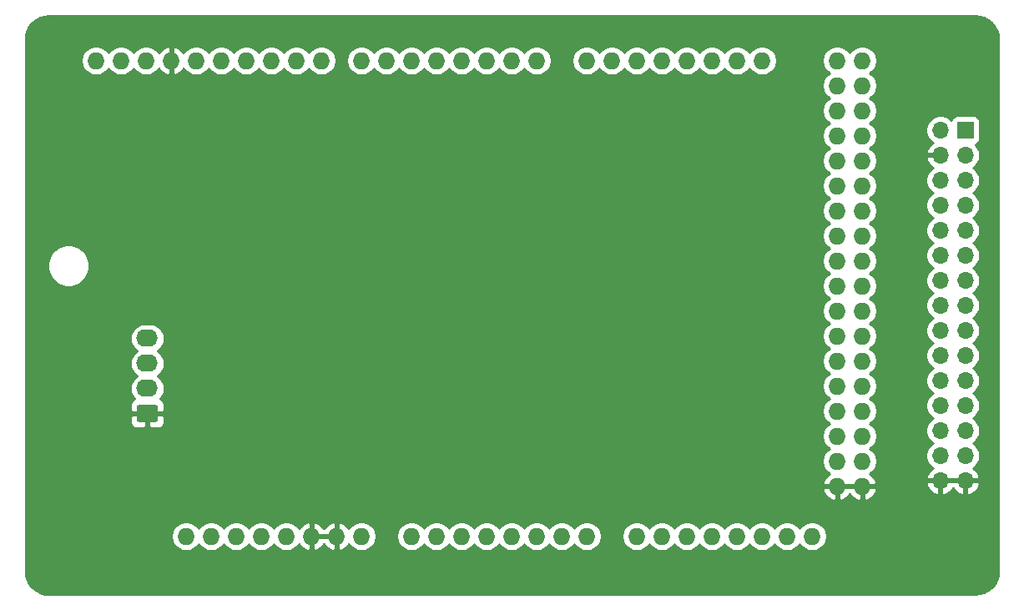
<source format=gbr>
%TF.GenerationSoftware,KiCad,Pcbnew,(5.1.6)-1*%
%TF.CreationDate,2020-09-26T17:31:42-07:00*%
%TF.ProjectId,ArduinoShield,41726475-696e-46f5-9368-69656c642e6b,rev?*%
%TF.SameCoordinates,Original*%
%TF.FileFunction,Copper,L2,Bot*%
%TF.FilePolarity,Positive*%
%FSLAX46Y46*%
G04 Gerber Fmt 4.6, Leading zero omitted, Abs format (unit mm)*
G04 Created by KiCad (PCBNEW (5.1.6)-1) date 2020-09-26 17:31:42*
%MOMM*%
%LPD*%
G01*
G04 APERTURE LIST*
%TA.AperFunction,ComponentPad*%
%ADD10O,1.727200X1.727200*%
%TD*%
%TA.AperFunction,ComponentPad*%
%ADD11R,1.700000X1.700000*%
%TD*%
%TA.AperFunction,ComponentPad*%
%ADD12O,1.700000X1.700000*%
%TD*%
%TA.AperFunction,ComponentPad*%
%ADD13O,2.190000X1.740000*%
%TD*%
%TA.AperFunction,ViaPad*%
%ADD14C,0.800000*%
%TD*%
%TA.AperFunction,Conductor*%
%ADD15C,0.254000*%
%TD*%
G04 APERTURE END LIST*
D10*
%TO.P,XA1,A0*%
%TO.N,Net-(XA1-PadA0)*%
X150800000Y-116460000D03*
%TO.P,XA1,VIN*%
%TO.N,+5V*%
X145720000Y-116460000D03*
%TO.P,XA1,GND3*%
%TO.N,GND*%
X143180000Y-116460000D03*
%TO.P,XA1,GND2*%
X140640000Y-116460000D03*
%TO.P,XA1,5V1*%
%TO.N,Net-(XA1-Pad5V1)*%
X138100000Y-116460000D03*
%TO.P,XA1,3V3*%
%TO.N,Net-(XA1-Pad3V3)*%
X135560000Y-116460000D03*
%TO.P,XA1,RST1*%
%TO.N,Net-(XA1-PadRST1)*%
X133020000Y-116460000D03*
%TO.P,XA1,IORF*%
%TO.N,Net-(XA1-PadIORF)*%
X130480000Y-116460000D03*
%TO.P,XA1,D21*%
%TO.N,Net-(XA1-PadD21)*%
X186360000Y-68200000D03*
%TO.P,XA1,D20*%
%TO.N,Net-(XA1-PadD20)*%
X183820000Y-68200000D03*
%TO.P,XA1,D19*%
%TO.N,Net-(XA1-PadD19)*%
X181280000Y-68200000D03*
%TO.P,XA1,D18*%
%TO.N,Net-(XA1-PadD18)*%
X178740000Y-68200000D03*
%TO.P,XA1,D17*%
%TO.N,Net-(XA1-PadD17)*%
X176200000Y-68200000D03*
%TO.P,XA1,D16*%
%TO.N,Net-(XA1-PadD16)*%
X173660000Y-68200000D03*
%TO.P,XA1,D15*%
%TO.N,Net-(XA1-PadD15)*%
X171120000Y-68200000D03*
%TO.P,XA1,D14*%
%TO.N,Net-(XA1-PadD14)*%
X168580000Y-68200000D03*
%TO.P,XA1,D0*%
%TO.N,Net-(XA1-PadD0)*%
X163500000Y-68200000D03*
%TO.P,XA1,D1*%
%TO.N,Net-(XA1-PadD1)*%
X160960000Y-68200000D03*
%TO.P,XA1,D2*%
%TO.N,Net-(XA1-PadD2)*%
X158420000Y-68200000D03*
%TO.P,XA1,D3*%
%TO.N,Net-(XA1-PadD3)*%
X155880000Y-68200000D03*
%TO.P,XA1,D4*%
%TO.N,Net-(XA1-PadD4)*%
X153340000Y-68200000D03*
%TO.P,XA1,D5*%
%TO.N,Net-(XA1-PadD5)*%
X150800000Y-68200000D03*
%TO.P,XA1,D6*%
%TO.N,Net-(XA1-PadD6)*%
X148260000Y-68200000D03*
%TO.P,XA1,D7*%
%TO.N,Net-(XA1-PadD7)*%
X145720000Y-68200000D03*
%TO.P,XA1,GND1*%
%TO.N,GND*%
X126416000Y-68200000D03*
%TO.P,XA1,D8*%
%TO.N,Net-(XA1-PadD8)*%
X141656000Y-68200000D03*
%TO.P,XA1,D9*%
%TO.N,Net-(XA1-PadD9)*%
X139116000Y-68200000D03*
%TO.P,XA1,D10*%
%TO.N,Net-(XA1-PadD10)*%
X136576000Y-68200000D03*
%TO.P,XA1,SCL*%
%TO.N,SCL*%
X118796000Y-68200000D03*
%TO.P,XA1,SDA*%
%TO.N,SDA*%
X121336000Y-68200000D03*
%TO.P,XA1,AREF*%
%TO.N,Net-(XA1-PadAREF)*%
X123876000Y-68200000D03*
%TO.P,XA1,D13*%
%TO.N,Net-(XA1-PadD13)*%
X128956000Y-68200000D03*
%TO.P,XA1,D12*%
%TO.N,Net-(XA1-PadD12)*%
X131496000Y-68200000D03*
%TO.P,XA1,D11*%
%TO.N,Net-(XA1-PadD11)*%
X134036000Y-68200000D03*
%TO.P,XA1,*%
%TO.N,*%
X127940000Y-116460000D03*
%TO.P,XA1,A1*%
%TO.N,Net-(XA1-PadA1)*%
X153340000Y-116460000D03*
%TO.P,XA1,A2*%
%TO.N,Net-(XA1-PadA2)*%
X155880000Y-116460000D03*
%TO.P,XA1,A3*%
%TO.N,Net-(XA1-PadA3)*%
X158420000Y-116460000D03*
%TO.P,XA1,A4*%
%TO.N,Net-(XA1-PadA4)*%
X160960000Y-116460000D03*
%TO.P,XA1,A5*%
%TO.N,Net-(XA1-PadA5)*%
X163500000Y-116460000D03*
%TO.P,XA1,A6*%
%TO.N,Net-(XA1-PadA6)*%
X166040000Y-116460000D03*
%TO.P,XA1,A7*%
%TO.N,Net-(XA1-PadA7)*%
X168580000Y-116460000D03*
%TO.P,XA1,A8*%
%TO.N,Net-(XA1-PadA8)*%
X173660000Y-116460000D03*
%TO.P,XA1,A9*%
%TO.N,Net-(XA1-PadA9)*%
X176200000Y-116460000D03*
%TO.P,XA1,A10*%
%TO.N,Net-(XA1-PadA10)*%
X178740000Y-116460000D03*
%TO.P,XA1,A11*%
%TO.N,Net-(XA1-PadA11)*%
X181280000Y-116460000D03*
%TO.P,XA1,A12*%
%TO.N,Net-(XA1-PadA12)*%
X183820000Y-116460000D03*
%TO.P,XA1,A13*%
%TO.N,Net-(XA1-PadA13)*%
X186360000Y-116460000D03*
%TO.P,XA1,A14*%
%TO.N,Net-(XA1-PadA14)*%
X188900000Y-116460000D03*
%TO.P,XA1,A15*%
%TO.N,Net-(XA1-PadA15)*%
X191440000Y-116460000D03*
%TO.P,XA1,5V3*%
%TO.N,Net-(XA1-Pad5V3)*%
X193980000Y-68200000D03*
%TO.P,XA1,5V4*%
%TO.N,Net-(XA1-Pad5V4)*%
X196520000Y-68200000D03*
%TO.P,XA1,D22*%
%TO.N,Net-(XA1-PadD22)*%
X193980000Y-70740000D03*
%TO.P,XA1,D23*%
%TO.N,Net-(XA1-PadD23)*%
X196520000Y-70740000D03*
%TO.P,XA1,D24*%
%TO.N,Net-(XA1-PadD24)*%
X193980000Y-73280000D03*
%TO.P,XA1,D25*%
%TO.N,CS_LOAD*%
X196520000Y-73280000D03*
%TO.P,XA1,D26*%
%TO.N,Net-(XA1-PadD26)*%
X193980000Y-75820000D03*
%TO.P,XA1,D27*%
%TO.N,CLK*%
X196520000Y-75820000D03*
%TO.P,XA1,D28*%
%TO.N,Net-(XA1-PadD28)*%
X193980000Y-78360000D03*
%TO.P,XA1,D29*%
%TO.N,DIN*%
X196520000Y-78360000D03*
%TO.P,XA1,D30*%
%TO.N,COMM2_LEFT*%
X193980000Y-80900000D03*
%TO.P,XA1,D31*%
%TO.N,COMM1_LEFT*%
X196520000Y-80900000D03*
%TO.P,XA1,D32*%
%TO.N,COMM2_RIGHT*%
X193980000Y-83440000D03*
%TO.P,XA1,D33*%
%TO.N,COMM1_RIGHT*%
X196520000Y-83440000D03*
%TO.P,XA1,D34*%
%TO.N,COMM2_KHZ_SW*%
X193980000Y-85980000D03*
%TO.P,XA1,D35*%
%TO.N,COMM1_KHZ_SW*%
X196520000Y-85980000D03*
%TO.P,XA1,D36*%
%TO.N,COMM2_XFR*%
X193980000Y-88520000D03*
%TO.P,XA1,D37*%
%TO.N,COMM1_XFR*%
X196520000Y-88520000D03*
%TO.P,XA1,D38*%
%TO.N,NAV2_LEFT*%
X193980000Y-91060000D03*
%TO.P,XA1,D39*%
%TO.N,NAV1_LEFT*%
X196520000Y-91060000D03*
%TO.P,XA1,D40*%
%TO.N,NAV2_RIGHT*%
X193980000Y-93600000D03*
%TO.P,XA1,D41*%
%TO.N,NAV1_RIGHT*%
X196520000Y-93600000D03*
%TO.P,XA1,D42*%
%TO.N,NAV2_KHZ_SW*%
X193980000Y-96140000D03*
%TO.P,XA1,D43*%
%TO.N,NAV1_KHZ_SW*%
X196520000Y-96140000D03*
%TO.P,XA1,D44*%
%TO.N,NAV2_XFR*%
X193980000Y-98680000D03*
%TO.P,XA1,D45*%
%TO.N,NAV1_XFR*%
X196520000Y-98680000D03*
%TO.P,XA1,D46*%
%TO.N,RADIO2_SW*%
X193980000Y-101220000D03*
%TO.P,XA1,D47*%
%TO.N,RADIO1_SW*%
X196520000Y-101220000D03*
%TO.P,XA1,D48*%
%TO.N,RADIO2_LED*%
X193980000Y-103760000D03*
%TO.P,XA1,D49*%
%TO.N,RADIO1_LED*%
X196520000Y-103760000D03*
%TO.P,XA1,D50*%
%TO.N,IDENT2_SW*%
X193980000Y-106300000D03*
%TO.P,XA1,D51*%
%TO.N,IDENT1_SW*%
X196520000Y-106300000D03*
%TO.P,XA1,D52*%
%TO.N,Net-(XA1-PadD52)*%
X193980000Y-108840000D03*
%TO.P,XA1,D53*%
%TO.N,Net-(XA1-PadD53)*%
X196520000Y-108840000D03*
%TO.P,XA1,GND5*%
%TO.N,GND*%
X193980000Y-111380000D03*
%TO.P,XA1,GND6*%
X196520000Y-111380000D03*
%TD*%
D11*
%TO.P,J1,1*%
%TO.N,CS_LOAD*%
X207000000Y-75250000D03*
D12*
%TO.P,J1,2*%
%TO.N,+5V*%
X204460000Y-75250000D03*
%TO.P,J1,3*%
%TO.N,CLK*%
X207000000Y-77790000D03*
%TO.P,J1,4*%
%TO.N,GND*%
X204460000Y-77790000D03*
%TO.P,J1,5*%
%TO.N,DIN*%
X207000000Y-80330000D03*
%TO.P,J1,6*%
%TO.N,Net-(J1-Pad6)*%
X204460000Y-80330000D03*
%TO.P,J1,7*%
%TO.N,COMM1_LEFT*%
X207000000Y-82870000D03*
%TO.P,J1,8*%
%TO.N,COMM2_LEFT*%
X204460000Y-82870000D03*
%TO.P,J1,9*%
%TO.N,COMM1_RIGHT*%
X207000000Y-85410000D03*
%TO.P,J1,10*%
%TO.N,COMM2_RIGHT*%
X204460000Y-85410000D03*
%TO.P,J1,11*%
%TO.N,COMM1_KHZ_SW*%
X207000000Y-87950000D03*
%TO.P,J1,12*%
%TO.N,COMM2_KHZ_SW*%
X204460000Y-87950000D03*
%TO.P,J1,13*%
%TO.N,COMM1_XFR*%
X207000000Y-90490000D03*
%TO.P,J1,14*%
%TO.N,COMM2_XFR*%
X204460000Y-90490000D03*
%TO.P,J1,15*%
%TO.N,NAV1_LEFT*%
X207000000Y-93030000D03*
%TO.P,J1,16*%
%TO.N,NAV2_LEFT*%
X204460000Y-93030000D03*
%TO.P,J1,17*%
%TO.N,NAV1_RIGHT*%
X207000000Y-95570000D03*
%TO.P,J1,18*%
%TO.N,NAV2_RIGHT*%
X204460000Y-95570000D03*
%TO.P,J1,19*%
%TO.N,NAV1_KHZ_SW*%
X207000000Y-98110000D03*
%TO.P,J1,20*%
%TO.N,NAV2_KHZ_SW*%
X204460000Y-98110000D03*
%TO.P,J1,21*%
%TO.N,NAV1_XFR*%
X207000000Y-100650000D03*
%TO.P,J1,22*%
%TO.N,NAV2_XFR*%
X204460000Y-100650000D03*
%TO.P,J1,23*%
%TO.N,RADIO1_SW*%
X207000000Y-103190000D03*
%TO.P,J1,24*%
%TO.N,RADIO2_SW*%
X204460000Y-103190000D03*
%TO.P,J1,25*%
%TO.N,RADIO1_LED*%
X207000000Y-105730000D03*
%TO.P,J1,26*%
%TO.N,RADIO2_LED*%
X204460000Y-105730000D03*
%TO.P,J1,27*%
%TO.N,IDENT1_SW*%
X207000000Y-108270000D03*
%TO.P,J1,28*%
%TO.N,IDENT2_SW*%
X204460000Y-108270000D03*
%TO.P,J1,29*%
%TO.N,GND*%
X207000000Y-110810000D03*
%TO.P,J1,30*%
X204460000Y-110810000D03*
%TD*%
D13*
%TO.P,J2,4*%
%TO.N,SCL*%
X124000000Y-96380000D03*
%TO.P,J2,3*%
%TO.N,SDA*%
X124000000Y-98920000D03*
%TO.P,J2,2*%
%TO.N,+5V*%
X124000000Y-101460000D03*
%TO.P,J2,1*%
%TO.N,GND*%
%TA.AperFunction,ComponentPad*%
G36*
G01*
X124845001Y-104870000D02*
X123154999Y-104870000D01*
G75*
G02*
X122905000Y-104620001I0J249999D01*
G01*
X122905000Y-103379999D01*
G75*
G02*
X123154999Y-103130000I249999J0D01*
G01*
X124845001Y-103130000D01*
G75*
G02*
X125095000Y-103379999I0J-249999D01*
G01*
X125095000Y-104620001D01*
G75*
G02*
X124845001Y-104870000I-249999J0D01*
G01*
G37*
%TD.AperFunction*%
%TD*%
D14*
%TO.N,GND*%
X120000000Y-80000000D03*
X120000000Y-70000000D03*
X130000000Y-80000000D03*
X130000000Y-90000000D03*
X120000000Y-90000000D03*
X120000000Y-110000000D03*
X130000000Y-110000000D03*
X130000000Y-100000000D03*
X120000000Y-100000000D03*
X140000000Y-100000000D03*
X140000000Y-110000000D03*
X140000000Y-90000000D03*
X140000000Y-80000000D03*
X150000000Y-90000000D03*
X150000000Y-80000000D03*
X160000000Y-80000000D03*
X160000000Y-90000000D03*
X170000000Y-90000000D03*
X170000000Y-80000000D03*
X180000000Y-80000000D03*
X180000000Y-90000000D03*
X180000000Y-100000000D03*
X170000000Y-100000000D03*
X160000000Y-100000000D03*
X150000000Y-100000000D03*
X150000000Y-110000000D03*
X160000000Y-110000000D03*
X170000000Y-110000000D03*
X180000000Y-110000000D03*
X190000000Y-110000000D03*
X190000000Y-100000000D03*
X190000000Y-90000000D03*
X190000000Y-80000000D03*
X130000000Y-70000000D03*
X140000000Y-70000000D03*
X150000000Y-70000000D03*
X160000000Y-70000000D03*
X170000000Y-70000000D03*
X180000000Y-70000000D03*
X190000000Y-70000000D03*
%TD*%
D15*
%TO.N,GND*%
G36*
X208453893Y-63707670D02*
G01*
X208890498Y-63839489D01*
X209293185Y-64053600D01*
X209646612Y-64341848D01*
X209937327Y-64693261D01*
X210154242Y-65094439D01*
X210289106Y-65530113D01*
X210340001Y-66014353D01*
X210340000Y-119967721D01*
X210292330Y-120453894D01*
X210160512Y-120890497D01*
X209946399Y-121293186D01*
X209658150Y-121646613D01*
X209306739Y-121937327D01*
X208905564Y-122154240D01*
X208469886Y-122289106D01*
X207985664Y-122340000D01*
X114032279Y-122340000D01*
X113546106Y-122292330D01*
X113109503Y-122160512D01*
X112706814Y-121946399D01*
X112353387Y-121658150D01*
X112062673Y-121306739D01*
X111845760Y-120905564D01*
X111710894Y-120469886D01*
X111660000Y-119985664D01*
X111660000Y-116312401D01*
X126441400Y-116312401D01*
X126441400Y-116607599D01*
X126498990Y-116897125D01*
X126611958Y-117169853D01*
X126775961Y-117415302D01*
X126984698Y-117624039D01*
X127230147Y-117788042D01*
X127502875Y-117901010D01*
X127792401Y-117958600D01*
X128087599Y-117958600D01*
X128377125Y-117901010D01*
X128649853Y-117788042D01*
X128895302Y-117624039D01*
X129104039Y-117415302D01*
X129210000Y-117256719D01*
X129315961Y-117415302D01*
X129524698Y-117624039D01*
X129770147Y-117788042D01*
X130042875Y-117901010D01*
X130332401Y-117958600D01*
X130627599Y-117958600D01*
X130917125Y-117901010D01*
X131189853Y-117788042D01*
X131435302Y-117624039D01*
X131644039Y-117415302D01*
X131750000Y-117256719D01*
X131855961Y-117415302D01*
X132064698Y-117624039D01*
X132310147Y-117788042D01*
X132582875Y-117901010D01*
X132872401Y-117958600D01*
X133167599Y-117958600D01*
X133457125Y-117901010D01*
X133729853Y-117788042D01*
X133975302Y-117624039D01*
X134184039Y-117415302D01*
X134290000Y-117256719D01*
X134395961Y-117415302D01*
X134604698Y-117624039D01*
X134850147Y-117788042D01*
X135122875Y-117901010D01*
X135412401Y-117958600D01*
X135707599Y-117958600D01*
X135997125Y-117901010D01*
X136269853Y-117788042D01*
X136515302Y-117624039D01*
X136724039Y-117415302D01*
X136830000Y-117256719D01*
X136935961Y-117415302D01*
X137144698Y-117624039D01*
X137390147Y-117788042D01*
X137662875Y-117901010D01*
X137952401Y-117958600D01*
X138247599Y-117958600D01*
X138537125Y-117901010D01*
X138809853Y-117788042D01*
X139055302Y-117624039D01*
X139264039Y-117415302D01*
X139371692Y-117254187D01*
X139533146Y-117470293D01*
X139751512Y-117666817D01*
X140004022Y-117816964D01*
X140280973Y-117914963D01*
X140513000Y-117794464D01*
X140513000Y-116587000D01*
X140767000Y-116587000D01*
X140767000Y-117794464D01*
X140999027Y-117914963D01*
X141275978Y-117816964D01*
X141528488Y-117666817D01*
X141746854Y-117470293D01*
X141910000Y-117251922D01*
X142073146Y-117470293D01*
X142291512Y-117666817D01*
X142544022Y-117816964D01*
X142820973Y-117914963D01*
X143053000Y-117794464D01*
X143053000Y-116587000D01*
X140767000Y-116587000D01*
X140513000Y-116587000D01*
X140493000Y-116587000D01*
X140493000Y-116333000D01*
X140513000Y-116333000D01*
X140513000Y-115125536D01*
X140767000Y-115125536D01*
X140767000Y-116333000D01*
X143053000Y-116333000D01*
X143053000Y-115125536D01*
X143307000Y-115125536D01*
X143307000Y-116333000D01*
X143327000Y-116333000D01*
X143327000Y-116587000D01*
X143307000Y-116587000D01*
X143307000Y-117794464D01*
X143539027Y-117914963D01*
X143815978Y-117816964D01*
X144068488Y-117666817D01*
X144286854Y-117470293D01*
X144448308Y-117254187D01*
X144555961Y-117415302D01*
X144764698Y-117624039D01*
X145010147Y-117788042D01*
X145282875Y-117901010D01*
X145572401Y-117958600D01*
X145867599Y-117958600D01*
X146157125Y-117901010D01*
X146429853Y-117788042D01*
X146675302Y-117624039D01*
X146884039Y-117415302D01*
X147048042Y-117169853D01*
X147161010Y-116897125D01*
X147218600Y-116607599D01*
X147218600Y-116312401D01*
X149301400Y-116312401D01*
X149301400Y-116607599D01*
X149358990Y-116897125D01*
X149471958Y-117169853D01*
X149635961Y-117415302D01*
X149844698Y-117624039D01*
X150090147Y-117788042D01*
X150362875Y-117901010D01*
X150652401Y-117958600D01*
X150947599Y-117958600D01*
X151237125Y-117901010D01*
X151509853Y-117788042D01*
X151755302Y-117624039D01*
X151964039Y-117415302D01*
X152070000Y-117256719D01*
X152175961Y-117415302D01*
X152384698Y-117624039D01*
X152630147Y-117788042D01*
X152902875Y-117901010D01*
X153192401Y-117958600D01*
X153487599Y-117958600D01*
X153777125Y-117901010D01*
X154049853Y-117788042D01*
X154295302Y-117624039D01*
X154504039Y-117415302D01*
X154610000Y-117256719D01*
X154715961Y-117415302D01*
X154924698Y-117624039D01*
X155170147Y-117788042D01*
X155442875Y-117901010D01*
X155732401Y-117958600D01*
X156027599Y-117958600D01*
X156317125Y-117901010D01*
X156589853Y-117788042D01*
X156835302Y-117624039D01*
X157044039Y-117415302D01*
X157150000Y-117256719D01*
X157255961Y-117415302D01*
X157464698Y-117624039D01*
X157710147Y-117788042D01*
X157982875Y-117901010D01*
X158272401Y-117958600D01*
X158567599Y-117958600D01*
X158857125Y-117901010D01*
X159129853Y-117788042D01*
X159375302Y-117624039D01*
X159584039Y-117415302D01*
X159690000Y-117256719D01*
X159795961Y-117415302D01*
X160004698Y-117624039D01*
X160250147Y-117788042D01*
X160522875Y-117901010D01*
X160812401Y-117958600D01*
X161107599Y-117958600D01*
X161397125Y-117901010D01*
X161669853Y-117788042D01*
X161915302Y-117624039D01*
X162124039Y-117415302D01*
X162230000Y-117256719D01*
X162335961Y-117415302D01*
X162544698Y-117624039D01*
X162790147Y-117788042D01*
X163062875Y-117901010D01*
X163352401Y-117958600D01*
X163647599Y-117958600D01*
X163937125Y-117901010D01*
X164209853Y-117788042D01*
X164455302Y-117624039D01*
X164664039Y-117415302D01*
X164770000Y-117256719D01*
X164875961Y-117415302D01*
X165084698Y-117624039D01*
X165330147Y-117788042D01*
X165602875Y-117901010D01*
X165892401Y-117958600D01*
X166187599Y-117958600D01*
X166477125Y-117901010D01*
X166749853Y-117788042D01*
X166995302Y-117624039D01*
X167204039Y-117415302D01*
X167310000Y-117256719D01*
X167415961Y-117415302D01*
X167624698Y-117624039D01*
X167870147Y-117788042D01*
X168142875Y-117901010D01*
X168432401Y-117958600D01*
X168727599Y-117958600D01*
X169017125Y-117901010D01*
X169289853Y-117788042D01*
X169535302Y-117624039D01*
X169744039Y-117415302D01*
X169908042Y-117169853D01*
X170021010Y-116897125D01*
X170078600Y-116607599D01*
X170078600Y-116312401D01*
X172161400Y-116312401D01*
X172161400Y-116607599D01*
X172218990Y-116897125D01*
X172331958Y-117169853D01*
X172495961Y-117415302D01*
X172704698Y-117624039D01*
X172950147Y-117788042D01*
X173222875Y-117901010D01*
X173512401Y-117958600D01*
X173807599Y-117958600D01*
X174097125Y-117901010D01*
X174369853Y-117788042D01*
X174615302Y-117624039D01*
X174824039Y-117415302D01*
X174930000Y-117256719D01*
X175035961Y-117415302D01*
X175244698Y-117624039D01*
X175490147Y-117788042D01*
X175762875Y-117901010D01*
X176052401Y-117958600D01*
X176347599Y-117958600D01*
X176637125Y-117901010D01*
X176909853Y-117788042D01*
X177155302Y-117624039D01*
X177364039Y-117415302D01*
X177470000Y-117256719D01*
X177575961Y-117415302D01*
X177784698Y-117624039D01*
X178030147Y-117788042D01*
X178302875Y-117901010D01*
X178592401Y-117958600D01*
X178887599Y-117958600D01*
X179177125Y-117901010D01*
X179449853Y-117788042D01*
X179695302Y-117624039D01*
X179904039Y-117415302D01*
X180010000Y-117256719D01*
X180115961Y-117415302D01*
X180324698Y-117624039D01*
X180570147Y-117788042D01*
X180842875Y-117901010D01*
X181132401Y-117958600D01*
X181427599Y-117958600D01*
X181717125Y-117901010D01*
X181989853Y-117788042D01*
X182235302Y-117624039D01*
X182444039Y-117415302D01*
X182550000Y-117256719D01*
X182655961Y-117415302D01*
X182864698Y-117624039D01*
X183110147Y-117788042D01*
X183382875Y-117901010D01*
X183672401Y-117958600D01*
X183967599Y-117958600D01*
X184257125Y-117901010D01*
X184529853Y-117788042D01*
X184775302Y-117624039D01*
X184984039Y-117415302D01*
X185090000Y-117256719D01*
X185195961Y-117415302D01*
X185404698Y-117624039D01*
X185650147Y-117788042D01*
X185922875Y-117901010D01*
X186212401Y-117958600D01*
X186507599Y-117958600D01*
X186797125Y-117901010D01*
X187069853Y-117788042D01*
X187315302Y-117624039D01*
X187524039Y-117415302D01*
X187630000Y-117256719D01*
X187735961Y-117415302D01*
X187944698Y-117624039D01*
X188190147Y-117788042D01*
X188462875Y-117901010D01*
X188752401Y-117958600D01*
X189047599Y-117958600D01*
X189337125Y-117901010D01*
X189609853Y-117788042D01*
X189855302Y-117624039D01*
X190064039Y-117415302D01*
X190170000Y-117256719D01*
X190275961Y-117415302D01*
X190484698Y-117624039D01*
X190730147Y-117788042D01*
X191002875Y-117901010D01*
X191292401Y-117958600D01*
X191587599Y-117958600D01*
X191877125Y-117901010D01*
X192149853Y-117788042D01*
X192395302Y-117624039D01*
X192604039Y-117415302D01*
X192768042Y-117169853D01*
X192881010Y-116897125D01*
X192938600Y-116607599D01*
X192938600Y-116312401D01*
X192881010Y-116022875D01*
X192768042Y-115750147D01*
X192604039Y-115504698D01*
X192395302Y-115295961D01*
X192149853Y-115131958D01*
X191877125Y-115018990D01*
X191587599Y-114961400D01*
X191292401Y-114961400D01*
X191002875Y-115018990D01*
X190730147Y-115131958D01*
X190484698Y-115295961D01*
X190275961Y-115504698D01*
X190170000Y-115663281D01*
X190064039Y-115504698D01*
X189855302Y-115295961D01*
X189609853Y-115131958D01*
X189337125Y-115018990D01*
X189047599Y-114961400D01*
X188752401Y-114961400D01*
X188462875Y-115018990D01*
X188190147Y-115131958D01*
X187944698Y-115295961D01*
X187735961Y-115504698D01*
X187630000Y-115663281D01*
X187524039Y-115504698D01*
X187315302Y-115295961D01*
X187069853Y-115131958D01*
X186797125Y-115018990D01*
X186507599Y-114961400D01*
X186212401Y-114961400D01*
X185922875Y-115018990D01*
X185650147Y-115131958D01*
X185404698Y-115295961D01*
X185195961Y-115504698D01*
X185090000Y-115663281D01*
X184984039Y-115504698D01*
X184775302Y-115295961D01*
X184529853Y-115131958D01*
X184257125Y-115018990D01*
X183967599Y-114961400D01*
X183672401Y-114961400D01*
X183382875Y-115018990D01*
X183110147Y-115131958D01*
X182864698Y-115295961D01*
X182655961Y-115504698D01*
X182550000Y-115663281D01*
X182444039Y-115504698D01*
X182235302Y-115295961D01*
X181989853Y-115131958D01*
X181717125Y-115018990D01*
X181427599Y-114961400D01*
X181132401Y-114961400D01*
X180842875Y-115018990D01*
X180570147Y-115131958D01*
X180324698Y-115295961D01*
X180115961Y-115504698D01*
X180010000Y-115663281D01*
X179904039Y-115504698D01*
X179695302Y-115295961D01*
X179449853Y-115131958D01*
X179177125Y-115018990D01*
X178887599Y-114961400D01*
X178592401Y-114961400D01*
X178302875Y-115018990D01*
X178030147Y-115131958D01*
X177784698Y-115295961D01*
X177575961Y-115504698D01*
X177470000Y-115663281D01*
X177364039Y-115504698D01*
X177155302Y-115295961D01*
X176909853Y-115131958D01*
X176637125Y-115018990D01*
X176347599Y-114961400D01*
X176052401Y-114961400D01*
X175762875Y-115018990D01*
X175490147Y-115131958D01*
X175244698Y-115295961D01*
X175035961Y-115504698D01*
X174930000Y-115663281D01*
X174824039Y-115504698D01*
X174615302Y-115295961D01*
X174369853Y-115131958D01*
X174097125Y-115018990D01*
X173807599Y-114961400D01*
X173512401Y-114961400D01*
X173222875Y-115018990D01*
X172950147Y-115131958D01*
X172704698Y-115295961D01*
X172495961Y-115504698D01*
X172331958Y-115750147D01*
X172218990Y-116022875D01*
X172161400Y-116312401D01*
X170078600Y-116312401D01*
X170021010Y-116022875D01*
X169908042Y-115750147D01*
X169744039Y-115504698D01*
X169535302Y-115295961D01*
X169289853Y-115131958D01*
X169017125Y-115018990D01*
X168727599Y-114961400D01*
X168432401Y-114961400D01*
X168142875Y-115018990D01*
X167870147Y-115131958D01*
X167624698Y-115295961D01*
X167415961Y-115504698D01*
X167310000Y-115663281D01*
X167204039Y-115504698D01*
X166995302Y-115295961D01*
X166749853Y-115131958D01*
X166477125Y-115018990D01*
X166187599Y-114961400D01*
X165892401Y-114961400D01*
X165602875Y-115018990D01*
X165330147Y-115131958D01*
X165084698Y-115295961D01*
X164875961Y-115504698D01*
X164770000Y-115663281D01*
X164664039Y-115504698D01*
X164455302Y-115295961D01*
X164209853Y-115131958D01*
X163937125Y-115018990D01*
X163647599Y-114961400D01*
X163352401Y-114961400D01*
X163062875Y-115018990D01*
X162790147Y-115131958D01*
X162544698Y-115295961D01*
X162335961Y-115504698D01*
X162230000Y-115663281D01*
X162124039Y-115504698D01*
X161915302Y-115295961D01*
X161669853Y-115131958D01*
X161397125Y-115018990D01*
X161107599Y-114961400D01*
X160812401Y-114961400D01*
X160522875Y-115018990D01*
X160250147Y-115131958D01*
X160004698Y-115295961D01*
X159795961Y-115504698D01*
X159690000Y-115663281D01*
X159584039Y-115504698D01*
X159375302Y-115295961D01*
X159129853Y-115131958D01*
X158857125Y-115018990D01*
X158567599Y-114961400D01*
X158272401Y-114961400D01*
X157982875Y-115018990D01*
X157710147Y-115131958D01*
X157464698Y-115295961D01*
X157255961Y-115504698D01*
X157150000Y-115663281D01*
X157044039Y-115504698D01*
X156835302Y-115295961D01*
X156589853Y-115131958D01*
X156317125Y-115018990D01*
X156027599Y-114961400D01*
X155732401Y-114961400D01*
X155442875Y-115018990D01*
X155170147Y-115131958D01*
X154924698Y-115295961D01*
X154715961Y-115504698D01*
X154610000Y-115663281D01*
X154504039Y-115504698D01*
X154295302Y-115295961D01*
X154049853Y-115131958D01*
X153777125Y-115018990D01*
X153487599Y-114961400D01*
X153192401Y-114961400D01*
X152902875Y-115018990D01*
X152630147Y-115131958D01*
X152384698Y-115295961D01*
X152175961Y-115504698D01*
X152070000Y-115663281D01*
X151964039Y-115504698D01*
X151755302Y-115295961D01*
X151509853Y-115131958D01*
X151237125Y-115018990D01*
X150947599Y-114961400D01*
X150652401Y-114961400D01*
X150362875Y-115018990D01*
X150090147Y-115131958D01*
X149844698Y-115295961D01*
X149635961Y-115504698D01*
X149471958Y-115750147D01*
X149358990Y-116022875D01*
X149301400Y-116312401D01*
X147218600Y-116312401D01*
X147161010Y-116022875D01*
X147048042Y-115750147D01*
X146884039Y-115504698D01*
X146675302Y-115295961D01*
X146429853Y-115131958D01*
X146157125Y-115018990D01*
X145867599Y-114961400D01*
X145572401Y-114961400D01*
X145282875Y-115018990D01*
X145010147Y-115131958D01*
X144764698Y-115295961D01*
X144555961Y-115504698D01*
X144448308Y-115665813D01*
X144286854Y-115449707D01*
X144068488Y-115253183D01*
X143815978Y-115103036D01*
X143539027Y-115005037D01*
X143307000Y-115125536D01*
X143053000Y-115125536D01*
X142820973Y-115005037D01*
X142544022Y-115103036D01*
X142291512Y-115253183D01*
X142073146Y-115449707D01*
X141910000Y-115668078D01*
X141746854Y-115449707D01*
X141528488Y-115253183D01*
X141275978Y-115103036D01*
X140999027Y-115005037D01*
X140767000Y-115125536D01*
X140513000Y-115125536D01*
X140280973Y-115005037D01*
X140004022Y-115103036D01*
X139751512Y-115253183D01*
X139533146Y-115449707D01*
X139371692Y-115665813D01*
X139264039Y-115504698D01*
X139055302Y-115295961D01*
X138809853Y-115131958D01*
X138537125Y-115018990D01*
X138247599Y-114961400D01*
X137952401Y-114961400D01*
X137662875Y-115018990D01*
X137390147Y-115131958D01*
X137144698Y-115295961D01*
X136935961Y-115504698D01*
X136830000Y-115663281D01*
X136724039Y-115504698D01*
X136515302Y-115295961D01*
X136269853Y-115131958D01*
X135997125Y-115018990D01*
X135707599Y-114961400D01*
X135412401Y-114961400D01*
X135122875Y-115018990D01*
X134850147Y-115131958D01*
X134604698Y-115295961D01*
X134395961Y-115504698D01*
X134290000Y-115663281D01*
X134184039Y-115504698D01*
X133975302Y-115295961D01*
X133729853Y-115131958D01*
X133457125Y-115018990D01*
X133167599Y-114961400D01*
X132872401Y-114961400D01*
X132582875Y-115018990D01*
X132310147Y-115131958D01*
X132064698Y-115295961D01*
X131855961Y-115504698D01*
X131750000Y-115663281D01*
X131644039Y-115504698D01*
X131435302Y-115295961D01*
X131189853Y-115131958D01*
X130917125Y-115018990D01*
X130627599Y-114961400D01*
X130332401Y-114961400D01*
X130042875Y-115018990D01*
X129770147Y-115131958D01*
X129524698Y-115295961D01*
X129315961Y-115504698D01*
X129210000Y-115663281D01*
X129104039Y-115504698D01*
X128895302Y-115295961D01*
X128649853Y-115131958D01*
X128377125Y-115018990D01*
X128087599Y-114961400D01*
X127792401Y-114961400D01*
X127502875Y-115018990D01*
X127230147Y-115131958D01*
X126984698Y-115295961D01*
X126775961Y-115504698D01*
X126611958Y-115750147D01*
X126498990Y-116022875D01*
X126441400Y-116312401D01*
X111660000Y-116312401D01*
X111660000Y-111739026D01*
X192525042Y-111739026D01*
X192570778Y-111889814D01*
X192697316Y-112154944D01*
X192873146Y-112390293D01*
X193091512Y-112586817D01*
X193344022Y-112736964D01*
X193620973Y-112834963D01*
X193853000Y-112714464D01*
X193853000Y-111507000D01*
X194107000Y-111507000D01*
X194107000Y-112714464D01*
X194339027Y-112834963D01*
X194615978Y-112736964D01*
X194868488Y-112586817D01*
X195086854Y-112390293D01*
X195250000Y-112171922D01*
X195413146Y-112390293D01*
X195631512Y-112586817D01*
X195884022Y-112736964D01*
X196160973Y-112834963D01*
X196393000Y-112714464D01*
X196393000Y-111507000D01*
X196647000Y-111507000D01*
X196647000Y-112714464D01*
X196879027Y-112834963D01*
X197155978Y-112736964D01*
X197408488Y-112586817D01*
X197626854Y-112390293D01*
X197802684Y-112154944D01*
X197929222Y-111889814D01*
X197974958Y-111739026D01*
X197853817Y-111507000D01*
X196647000Y-111507000D01*
X196393000Y-111507000D01*
X194107000Y-111507000D01*
X193853000Y-111507000D01*
X192646183Y-111507000D01*
X192525042Y-111739026D01*
X111660000Y-111739026D01*
X111660000Y-104870000D01*
X122266928Y-104870000D01*
X122279188Y-104994482D01*
X122315498Y-105114180D01*
X122374463Y-105224494D01*
X122453815Y-105321185D01*
X122550506Y-105400537D01*
X122660820Y-105459502D01*
X122780518Y-105495812D01*
X122905000Y-105508072D01*
X123714250Y-105505000D01*
X123873000Y-105346250D01*
X123873000Y-104127000D01*
X124127000Y-104127000D01*
X124127000Y-105346250D01*
X124285750Y-105505000D01*
X125095000Y-105508072D01*
X125219482Y-105495812D01*
X125339180Y-105459502D01*
X125449494Y-105400537D01*
X125546185Y-105321185D01*
X125625537Y-105224494D01*
X125684502Y-105114180D01*
X125720812Y-104994482D01*
X125733072Y-104870000D01*
X125730000Y-104285750D01*
X125571250Y-104127000D01*
X124127000Y-104127000D01*
X123873000Y-104127000D01*
X122428750Y-104127000D01*
X122270000Y-104285750D01*
X122266928Y-104870000D01*
X111660000Y-104870000D01*
X111660000Y-96380000D01*
X122262718Y-96380000D01*
X122291776Y-96675032D01*
X122377834Y-96958725D01*
X122517583Y-97220179D01*
X122705655Y-97449345D01*
X122934821Y-97637417D01*
X122958362Y-97650000D01*
X122934821Y-97662583D01*
X122705655Y-97850655D01*
X122517583Y-98079821D01*
X122377834Y-98341275D01*
X122291776Y-98624968D01*
X122262718Y-98920000D01*
X122291776Y-99215032D01*
X122377834Y-99498725D01*
X122517583Y-99760179D01*
X122705655Y-99989345D01*
X122934821Y-100177417D01*
X122958362Y-100190000D01*
X122934821Y-100202583D01*
X122705655Y-100390655D01*
X122517583Y-100619821D01*
X122377834Y-100881275D01*
X122291776Y-101164968D01*
X122262718Y-101460000D01*
X122291776Y-101755032D01*
X122377834Y-102038725D01*
X122517583Y-102300179D01*
X122704047Y-102527385D01*
X122660820Y-102540498D01*
X122550506Y-102599463D01*
X122453815Y-102678815D01*
X122374463Y-102775506D01*
X122315498Y-102885820D01*
X122279188Y-103005518D01*
X122266928Y-103130000D01*
X122270000Y-103714250D01*
X122428750Y-103873000D01*
X123873000Y-103873000D01*
X123873000Y-103853000D01*
X124127000Y-103853000D01*
X124127000Y-103873000D01*
X125571250Y-103873000D01*
X125730000Y-103714250D01*
X125733072Y-103130000D01*
X125720812Y-103005518D01*
X125684502Y-102885820D01*
X125625537Y-102775506D01*
X125546185Y-102678815D01*
X125449494Y-102599463D01*
X125339180Y-102540498D01*
X125295953Y-102527385D01*
X125482417Y-102300179D01*
X125622166Y-102038725D01*
X125708224Y-101755032D01*
X125737282Y-101460000D01*
X125708224Y-101164968D01*
X125622166Y-100881275D01*
X125482417Y-100619821D01*
X125294345Y-100390655D01*
X125065179Y-100202583D01*
X125041638Y-100190000D01*
X125065179Y-100177417D01*
X125294345Y-99989345D01*
X125482417Y-99760179D01*
X125622166Y-99498725D01*
X125708224Y-99215032D01*
X125737282Y-98920000D01*
X125708224Y-98624968D01*
X125622166Y-98341275D01*
X125482417Y-98079821D01*
X125294345Y-97850655D01*
X125065179Y-97662583D01*
X125041638Y-97650000D01*
X125065179Y-97637417D01*
X125294345Y-97449345D01*
X125482417Y-97220179D01*
X125622166Y-96958725D01*
X125708224Y-96675032D01*
X125737282Y-96380000D01*
X125708224Y-96084968D01*
X125622166Y-95801275D01*
X125482417Y-95539821D01*
X125294345Y-95310655D01*
X125065179Y-95122583D01*
X124803725Y-94982834D01*
X124520032Y-94896776D01*
X124298936Y-94875000D01*
X123701064Y-94875000D01*
X123479968Y-94896776D01*
X123196275Y-94982834D01*
X122934821Y-95122583D01*
X122705655Y-95310655D01*
X122517583Y-95539821D01*
X122377834Y-95801275D01*
X122291776Y-96084968D01*
X122262718Y-96380000D01*
X111660000Y-96380000D01*
X111660000Y-88789721D01*
X113865000Y-88789721D01*
X113865000Y-89210279D01*
X113947047Y-89622756D01*
X114107988Y-90011302D01*
X114341637Y-90360983D01*
X114639017Y-90658363D01*
X114988698Y-90892012D01*
X115377244Y-91052953D01*
X115789721Y-91135000D01*
X116210279Y-91135000D01*
X116622756Y-91052953D01*
X117011302Y-90892012D01*
X117360983Y-90658363D01*
X117658363Y-90360983D01*
X117892012Y-90011302D01*
X118052953Y-89622756D01*
X118135000Y-89210279D01*
X118135000Y-88789721D01*
X118052953Y-88377244D01*
X117892012Y-87988698D01*
X117658363Y-87639017D01*
X117360983Y-87341637D01*
X117011302Y-87107988D01*
X116622756Y-86947047D01*
X116210279Y-86865000D01*
X115789721Y-86865000D01*
X115377244Y-86947047D01*
X114988698Y-87107988D01*
X114639017Y-87341637D01*
X114341637Y-87639017D01*
X114107988Y-87988698D01*
X113947047Y-88377244D01*
X113865000Y-88789721D01*
X111660000Y-88789721D01*
X111660000Y-68052401D01*
X117297400Y-68052401D01*
X117297400Y-68347599D01*
X117354990Y-68637125D01*
X117467958Y-68909853D01*
X117631961Y-69155302D01*
X117840698Y-69364039D01*
X118086147Y-69528042D01*
X118358875Y-69641010D01*
X118648401Y-69698600D01*
X118943599Y-69698600D01*
X119233125Y-69641010D01*
X119505853Y-69528042D01*
X119751302Y-69364039D01*
X119960039Y-69155302D01*
X120066000Y-68996719D01*
X120171961Y-69155302D01*
X120380698Y-69364039D01*
X120626147Y-69528042D01*
X120898875Y-69641010D01*
X121188401Y-69698600D01*
X121483599Y-69698600D01*
X121773125Y-69641010D01*
X122045853Y-69528042D01*
X122291302Y-69364039D01*
X122500039Y-69155302D01*
X122606000Y-68996719D01*
X122711961Y-69155302D01*
X122920698Y-69364039D01*
X123166147Y-69528042D01*
X123438875Y-69641010D01*
X123728401Y-69698600D01*
X124023599Y-69698600D01*
X124313125Y-69641010D01*
X124585853Y-69528042D01*
X124831302Y-69364039D01*
X125040039Y-69155302D01*
X125147692Y-68994187D01*
X125309146Y-69210293D01*
X125527512Y-69406817D01*
X125780022Y-69556964D01*
X126056973Y-69654963D01*
X126289000Y-69534464D01*
X126289000Y-68327000D01*
X126269000Y-68327000D01*
X126269000Y-68073000D01*
X126289000Y-68073000D01*
X126289000Y-66865536D01*
X126543000Y-66865536D01*
X126543000Y-68073000D01*
X126563000Y-68073000D01*
X126563000Y-68327000D01*
X126543000Y-68327000D01*
X126543000Y-69534464D01*
X126775027Y-69654963D01*
X127051978Y-69556964D01*
X127304488Y-69406817D01*
X127522854Y-69210293D01*
X127684308Y-68994187D01*
X127791961Y-69155302D01*
X128000698Y-69364039D01*
X128246147Y-69528042D01*
X128518875Y-69641010D01*
X128808401Y-69698600D01*
X129103599Y-69698600D01*
X129393125Y-69641010D01*
X129665853Y-69528042D01*
X129911302Y-69364039D01*
X130120039Y-69155302D01*
X130226000Y-68996719D01*
X130331961Y-69155302D01*
X130540698Y-69364039D01*
X130786147Y-69528042D01*
X131058875Y-69641010D01*
X131348401Y-69698600D01*
X131643599Y-69698600D01*
X131933125Y-69641010D01*
X132205853Y-69528042D01*
X132451302Y-69364039D01*
X132660039Y-69155302D01*
X132766000Y-68996719D01*
X132871961Y-69155302D01*
X133080698Y-69364039D01*
X133326147Y-69528042D01*
X133598875Y-69641010D01*
X133888401Y-69698600D01*
X134183599Y-69698600D01*
X134473125Y-69641010D01*
X134745853Y-69528042D01*
X134991302Y-69364039D01*
X135200039Y-69155302D01*
X135306000Y-68996719D01*
X135411961Y-69155302D01*
X135620698Y-69364039D01*
X135866147Y-69528042D01*
X136138875Y-69641010D01*
X136428401Y-69698600D01*
X136723599Y-69698600D01*
X137013125Y-69641010D01*
X137285853Y-69528042D01*
X137531302Y-69364039D01*
X137740039Y-69155302D01*
X137846000Y-68996719D01*
X137951961Y-69155302D01*
X138160698Y-69364039D01*
X138406147Y-69528042D01*
X138678875Y-69641010D01*
X138968401Y-69698600D01*
X139263599Y-69698600D01*
X139553125Y-69641010D01*
X139825853Y-69528042D01*
X140071302Y-69364039D01*
X140280039Y-69155302D01*
X140386000Y-68996719D01*
X140491961Y-69155302D01*
X140700698Y-69364039D01*
X140946147Y-69528042D01*
X141218875Y-69641010D01*
X141508401Y-69698600D01*
X141803599Y-69698600D01*
X142093125Y-69641010D01*
X142365853Y-69528042D01*
X142611302Y-69364039D01*
X142820039Y-69155302D01*
X142984042Y-68909853D01*
X143097010Y-68637125D01*
X143154600Y-68347599D01*
X143154600Y-68052401D01*
X144221400Y-68052401D01*
X144221400Y-68347599D01*
X144278990Y-68637125D01*
X144391958Y-68909853D01*
X144555961Y-69155302D01*
X144764698Y-69364039D01*
X145010147Y-69528042D01*
X145282875Y-69641010D01*
X145572401Y-69698600D01*
X145867599Y-69698600D01*
X146157125Y-69641010D01*
X146429853Y-69528042D01*
X146675302Y-69364039D01*
X146884039Y-69155302D01*
X146990000Y-68996719D01*
X147095961Y-69155302D01*
X147304698Y-69364039D01*
X147550147Y-69528042D01*
X147822875Y-69641010D01*
X148112401Y-69698600D01*
X148407599Y-69698600D01*
X148697125Y-69641010D01*
X148969853Y-69528042D01*
X149215302Y-69364039D01*
X149424039Y-69155302D01*
X149530000Y-68996719D01*
X149635961Y-69155302D01*
X149844698Y-69364039D01*
X150090147Y-69528042D01*
X150362875Y-69641010D01*
X150652401Y-69698600D01*
X150947599Y-69698600D01*
X151237125Y-69641010D01*
X151509853Y-69528042D01*
X151755302Y-69364039D01*
X151964039Y-69155302D01*
X152070000Y-68996719D01*
X152175961Y-69155302D01*
X152384698Y-69364039D01*
X152630147Y-69528042D01*
X152902875Y-69641010D01*
X153192401Y-69698600D01*
X153487599Y-69698600D01*
X153777125Y-69641010D01*
X154049853Y-69528042D01*
X154295302Y-69364039D01*
X154504039Y-69155302D01*
X154610000Y-68996719D01*
X154715961Y-69155302D01*
X154924698Y-69364039D01*
X155170147Y-69528042D01*
X155442875Y-69641010D01*
X155732401Y-69698600D01*
X156027599Y-69698600D01*
X156317125Y-69641010D01*
X156589853Y-69528042D01*
X156835302Y-69364039D01*
X157044039Y-69155302D01*
X157150000Y-68996719D01*
X157255961Y-69155302D01*
X157464698Y-69364039D01*
X157710147Y-69528042D01*
X157982875Y-69641010D01*
X158272401Y-69698600D01*
X158567599Y-69698600D01*
X158857125Y-69641010D01*
X159129853Y-69528042D01*
X159375302Y-69364039D01*
X159584039Y-69155302D01*
X159690000Y-68996719D01*
X159795961Y-69155302D01*
X160004698Y-69364039D01*
X160250147Y-69528042D01*
X160522875Y-69641010D01*
X160812401Y-69698600D01*
X161107599Y-69698600D01*
X161397125Y-69641010D01*
X161669853Y-69528042D01*
X161915302Y-69364039D01*
X162124039Y-69155302D01*
X162230000Y-68996719D01*
X162335961Y-69155302D01*
X162544698Y-69364039D01*
X162790147Y-69528042D01*
X163062875Y-69641010D01*
X163352401Y-69698600D01*
X163647599Y-69698600D01*
X163937125Y-69641010D01*
X164209853Y-69528042D01*
X164455302Y-69364039D01*
X164664039Y-69155302D01*
X164828042Y-68909853D01*
X164941010Y-68637125D01*
X164998600Y-68347599D01*
X164998600Y-68052401D01*
X167081400Y-68052401D01*
X167081400Y-68347599D01*
X167138990Y-68637125D01*
X167251958Y-68909853D01*
X167415961Y-69155302D01*
X167624698Y-69364039D01*
X167870147Y-69528042D01*
X168142875Y-69641010D01*
X168432401Y-69698600D01*
X168727599Y-69698600D01*
X169017125Y-69641010D01*
X169289853Y-69528042D01*
X169535302Y-69364039D01*
X169744039Y-69155302D01*
X169850000Y-68996719D01*
X169955961Y-69155302D01*
X170164698Y-69364039D01*
X170410147Y-69528042D01*
X170682875Y-69641010D01*
X170972401Y-69698600D01*
X171267599Y-69698600D01*
X171557125Y-69641010D01*
X171829853Y-69528042D01*
X172075302Y-69364039D01*
X172284039Y-69155302D01*
X172390000Y-68996719D01*
X172495961Y-69155302D01*
X172704698Y-69364039D01*
X172950147Y-69528042D01*
X173222875Y-69641010D01*
X173512401Y-69698600D01*
X173807599Y-69698600D01*
X174097125Y-69641010D01*
X174369853Y-69528042D01*
X174615302Y-69364039D01*
X174824039Y-69155302D01*
X174930000Y-68996719D01*
X175035961Y-69155302D01*
X175244698Y-69364039D01*
X175490147Y-69528042D01*
X175762875Y-69641010D01*
X176052401Y-69698600D01*
X176347599Y-69698600D01*
X176637125Y-69641010D01*
X176909853Y-69528042D01*
X177155302Y-69364039D01*
X177364039Y-69155302D01*
X177470000Y-68996719D01*
X177575961Y-69155302D01*
X177784698Y-69364039D01*
X178030147Y-69528042D01*
X178302875Y-69641010D01*
X178592401Y-69698600D01*
X178887599Y-69698600D01*
X179177125Y-69641010D01*
X179449853Y-69528042D01*
X179695302Y-69364039D01*
X179904039Y-69155302D01*
X180010000Y-68996719D01*
X180115961Y-69155302D01*
X180324698Y-69364039D01*
X180570147Y-69528042D01*
X180842875Y-69641010D01*
X181132401Y-69698600D01*
X181427599Y-69698600D01*
X181717125Y-69641010D01*
X181989853Y-69528042D01*
X182235302Y-69364039D01*
X182444039Y-69155302D01*
X182550000Y-68996719D01*
X182655961Y-69155302D01*
X182864698Y-69364039D01*
X183110147Y-69528042D01*
X183382875Y-69641010D01*
X183672401Y-69698600D01*
X183967599Y-69698600D01*
X184257125Y-69641010D01*
X184529853Y-69528042D01*
X184775302Y-69364039D01*
X184984039Y-69155302D01*
X185090000Y-68996719D01*
X185195961Y-69155302D01*
X185404698Y-69364039D01*
X185650147Y-69528042D01*
X185922875Y-69641010D01*
X186212401Y-69698600D01*
X186507599Y-69698600D01*
X186797125Y-69641010D01*
X187069853Y-69528042D01*
X187315302Y-69364039D01*
X187524039Y-69155302D01*
X187688042Y-68909853D01*
X187801010Y-68637125D01*
X187858600Y-68347599D01*
X187858600Y-68052401D01*
X192481400Y-68052401D01*
X192481400Y-68347599D01*
X192538990Y-68637125D01*
X192651958Y-68909853D01*
X192815961Y-69155302D01*
X193024698Y-69364039D01*
X193183281Y-69470000D01*
X193024698Y-69575961D01*
X192815961Y-69784698D01*
X192651958Y-70030147D01*
X192538990Y-70302875D01*
X192481400Y-70592401D01*
X192481400Y-70887599D01*
X192538990Y-71177125D01*
X192651958Y-71449853D01*
X192815961Y-71695302D01*
X193024698Y-71904039D01*
X193183281Y-72010000D01*
X193024698Y-72115961D01*
X192815961Y-72324698D01*
X192651958Y-72570147D01*
X192538990Y-72842875D01*
X192481400Y-73132401D01*
X192481400Y-73427599D01*
X192538990Y-73717125D01*
X192651958Y-73989853D01*
X192815961Y-74235302D01*
X193024698Y-74444039D01*
X193183281Y-74550000D01*
X193024698Y-74655961D01*
X192815961Y-74864698D01*
X192651958Y-75110147D01*
X192538990Y-75382875D01*
X192481400Y-75672401D01*
X192481400Y-75967599D01*
X192538990Y-76257125D01*
X192651958Y-76529853D01*
X192815961Y-76775302D01*
X193024698Y-76984039D01*
X193183281Y-77090000D01*
X193024698Y-77195961D01*
X192815961Y-77404698D01*
X192651958Y-77650147D01*
X192538990Y-77922875D01*
X192481400Y-78212401D01*
X192481400Y-78507599D01*
X192538990Y-78797125D01*
X192651958Y-79069853D01*
X192815961Y-79315302D01*
X193024698Y-79524039D01*
X193183281Y-79630000D01*
X193024698Y-79735961D01*
X192815961Y-79944698D01*
X192651958Y-80190147D01*
X192538990Y-80462875D01*
X192481400Y-80752401D01*
X192481400Y-81047599D01*
X192538990Y-81337125D01*
X192651958Y-81609853D01*
X192815961Y-81855302D01*
X193024698Y-82064039D01*
X193183281Y-82170000D01*
X193024698Y-82275961D01*
X192815961Y-82484698D01*
X192651958Y-82730147D01*
X192538990Y-83002875D01*
X192481400Y-83292401D01*
X192481400Y-83587599D01*
X192538990Y-83877125D01*
X192651958Y-84149853D01*
X192815961Y-84395302D01*
X193024698Y-84604039D01*
X193183281Y-84710000D01*
X193024698Y-84815961D01*
X192815961Y-85024698D01*
X192651958Y-85270147D01*
X192538990Y-85542875D01*
X192481400Y-85832401D01*
X192481400Y-86127599D01*
X192538990Y-86417125D01*
X192651958Y-86689853D01*
X192815961Y-86935302D01*
X193024698Y-87144039D01*
X193183281Y-87250000D01*
X193024698Y-87355961D01*
X192815961Y-87564698D01*
X192651958Y-87810147D01*
X192538990Y-88082875D01*
X192481400Y-88372401D01*
X192481400Y-88667599D01*
X192538990Y-88957125D01*
X192651958Y-89229853D01*
X192815961Y-89475302D01*
X193024698Y-89684039D01*
X193183281Y-89790000D01*
X193024698Y-89895961D01*
X192815961Y-90104698D01*
X192651958Y-90350147D01*
X192538990Y-90622875D01*
X192481400Y-90912401D01*
X192481400Y-91207599D01*
X192538990Y-91497125D01*
X192651958Y-91769853D01*
X192815961Y-92015302D01*
X193024698Y-92224039D01*
X193183281Y-92330000D01*
X193024698Y-92435961D01*
X192815961Y-92644698D01*
X192651958Y-92890147D01*
X192538990Y-93162875D01*
X192481400Y-93452401D01*
X192481400Y-93747599D01*
X192538990Y-94037125D01*
X192651958Y-94309853D01*
X192815961Y-94555302D01*
X193024698Y-94764039D01*
X193183281Y-94870000D01*
X193024698Y-94975961D01*
X192815961Y-95184698D01*
X192651958Y-95430147D01*
X192538990Y-95702875D01*
X192481400Y-95992401D01*
X192481400Y-96287599D01*
X192538990Y-96577125D01*
X192651958Y-96849853D01*
X192815961Y-97095302D01*
X193024698Y-97304039D01*
X193183281Y-97410000D01*
X193024698Y-97515961D01*
X192815961Y-97724698D01*
X192651958Y-97970147D01*
X192538990Y-98242875D01*
X192481400Y-98532401D01*
X192481400Y-98827599D01*
X192538990Y-99117125D01*
X192651958Y-99389853D01*
X192815961Y-99635302D01*
X193024698Y-99844039D01*
X193183281Y-99950000D01*
X193024698Y-100055961D01*
X192815961Y-100264698D01*
X192651958Y-100510147D01*
X192538990Y-100782875D01*
X192481400Y-101072401D01*
X192481400Y-101367599D01*
X192538990Y-101657125D01*
X192651958Y-101929853D01*
X192815961Y-102175302D01*
X193024698Y-102384039D01*
X193183281Y-102490000D01*
X193024698Y-102595961D01*
X192815961Y-102804698D01*
X192651958Y-103050147D01*
X192538990Y-103322875D01*
X192481400Y-103612401D01*
X192481400Y-103907599D01*
X192538990Y-104197125D01*
X192651958Y-104469853D01*
X192815961Y-104715302D01*
X193024698Y-104924039D01*
X193183281Y-105030000D01*
X193024698Y-105135961D01*
X192815961Y-105344698D01*
X192651958Y-105590147D01*
X192538990Y-105862875D01*
X192481400Y-106152401D01*
X192481400Y-106447599D01*
X192538990Y-106737125D01*
X192651958Y-107009853D01*
X192815961Y-107255302D01*
X193024698Y-107464039D01*
X193183281Y-107570000D01*
X193024698Y-107675961D01*
X192815961Y-107884698D01*
X192651958Y-108130147D01*
X192538990Y-108402875D01*
X192481400Y-108692401D01*
X192481400Y-108987599D01*
X192538990Y-109277125D01*
X192651958Y-109549853D01*
X192815961Y-109795302D01*
X193024698Y-110004039D01*
X193190103Y-110114559D01*
X193091512Y-110173183D01*
X192873146Y-110369707D01*
X192697316Y-110605056D01*
X192570778Y-110870186D01*
X192525042Y-111020974D01*
X192646183Y-111253000D01*
X193853000Y-111253000D01*
X193853000Y-111233000D01*
X194107000Y-111233000D01*
X194107000Y-111253000D01*
X196393000Y-111253000D01*
X196393000Y-111233000D01*
X196647000Y-111233000D01*
X196647000Y-111253000D01*
X197853817Y-111253000D01*
X197898775Y-111166890D01*
X203018524Y-111166890D01*
X203063175Y-111314099D01*
X203188359Y-111576920D01*
X203362412Y-111810269D01*
X203578645Y-112005178D01*
X203828748Y-112154157D01*
X204103109Y-112251481D01*
X204333000Y-112130814D01*
X204333000Y-110937000D01*
X204587000Y-110937000D01*
X204587000Y-112130814D01*
X204816891Y-112251481D01*
X205091252Y-112154157D01*
X205341355Y-112005178D01*
X205557588Y-111810269D01*
X205730000Y-111579120D01*
X205902412Y-111810269D01*
X206118645Y-112005178D01*
X206368748Y-112154157D01*
X206643109Y-112251481D01*
X206873000Y-112130814D01*
X206873000Y-110937000D01*
X207127000Y-110937000D01*
X207127000Y-112130814D01*
X207356891Y-112251481D01*
X207631252Y-112154157D01*
X207881355Y-112005178D01*
X208097588Y-111810269D01*
X208271641Y-111576920D01*
X208396825Y-111314099D01*
X208441476Y-111166890D01*
X208320155Y-110937000D01*
X207127000Y-110937000D01*
X206873000Y-110937000D01*
X204587000Y-110937000D01*
X204333000Y-110937000D01*
X203139845Y-110937000D01*
X203018524Y-111166890D01*
X197898775Y-111166890D01*
X197974958Y-111020974D01*
X197929222Y-110870186D01*
X197802684Y-110605056D01*
X197626854Y-110369707D01*
X197408488Y-110173183D01*
X197309897Y-110114559D01*
X197475302Y-110004039D01*
X197684039Y-109795302D01*
X197848042Y-109549853D01*
X197961010Y-109277125D01*
X198018600Y-108987599D01*
X198018600Y-108692401D01*
X197961010Y-108402875D01*
X197848042Y-108130147D01*
X197684039Y-107884698D01*
X197475302Y-107675961D01*
X197316719Y-107570000D01*
X197475302Y-107464039D01*
X197684039Y-107255302D01*
X197848042Y-107009853D01*
X197961010Y-106737125D01*
X198018600Y-106447599D01*
X198018600Y-106152401D01*
X197961010Y-105862875D01*
X197848042Y-105590147D01*
X197684039Y-105344698D01*
X197475302Y-105135961D01*
X197316719Y-105030000D01*
X197475302Y-104924039D01*
X197684039Y-104715302D01*
X197848042Y-104469853D01*
X197961010Y-104197125D01*
X198018600Y-103907599D01*
X198018600Y-103612401D01*
X197961010Y-103322875D01*
X197848042Y-103050147D01*
X197684039Y-102804698D01*
X197475302Y-102595961D01*
X197316719Y-102490000D01*
X197475302Y-102384039D01*
X197684039Y-102175302D01*
X197848042Y-101929853D01*
X197961010Y-101657125D01*
X198018600Y-101367599D01*
X198018600Y-101072401D01*
X197961010Y-100782875D01*
X197848042Y-100510147D01*
X197684039Y-100264698D01*
X197475302Y-100055961D01*
X197316719Y-99950000D01*
X197475302Y-99844039D01*
X197684039Y-99635302D01*
X197848042Y-99389853D01*
X197961010Y-99117125D01*
X198018600Y-98827599D01*
X198018600Y-98532401D01*
X197961010Y-98242875D01*
X197848042Y-97970147D01*
X197684039Y-97724698D01*
X197475302Y-97515961D01*
X197316719Y-97410000D01*
X197475302Y-97304039D01*
X197684039Y-97095302D01*
X197848042Y-96849853D01*
X197961010Y-96577125D01*
X198018600Y-96287599D01*
X198018600Y-95992401D01*
X197961010Y-95702875D01*
X197848042Y-95430147D01*
X197684039Y-95184698D01*
X197475302Y-94975961D01*
X197316719Y-94870000D01*
X197475302Y-94764039D01*
X197684039Y-94555302D01*
X197848042Y-94309853D01*
X197961010Y-94037125D01*
X198018600Y-93747599D01*
X198018600Y-93452401D01*
X197961010Y-93162875D01*
X197848042Y-92890147D01*
X197684039Y-92644698D01*
X197475302Y-92435961D01*
X197316719Y-92330000D01*
X197475302Y-92224039D01*
X197684039Y-92015302D01*
X197848042Y-91769853D01*
X197961010Y-91497125D01*
X198018600Y-91207599D01*
X198018600Y-90912401D01*
X197961010Y-90622875D01*
X197848042Y-90350147D01*
X197684039Y-90104698D01*
X197475302Y-89895961D01*
X197316719Y-89790000D01*
X197475302Y-89684039D01*
X197684039Y-89475302D01*
X197848042Y-89229853D01*
X197961010Y-88957125D01*
X198018600Y-88667599D01*
X198018600Y-88372401D01*
X197961010Y-88082875D01*
X197848042Y-87810147D01*
X197684039Y-87564698D01*
X197475302Y-87355961D01*
X197316719Y-87250000D01*
X197475302Y-87144039D01*
X197684039Y-86935302D01*
X197848042Y-86689853D01*
X197961010Y-86417125D01*
X198018600Y-86127599D01*
X198018600Y-85832401D01*
X197961010Y-85542875D01*
X197848042Y-85270147D01*
X197684039Y-85024698D01*
X197475302Y-84815961D01*
X197316719Y-84710000D01*
X197475302Y-84604039D01*
X197684039Y-84395302D01*
X197848042Y-84149853D01*
X197961010Y-83877125D01*
X198018600Y-83587599D01*
X198018600Y-83292401D01*
X197961010Y-83002875D01*
X197848042Y-82730147D01*
X197684039Y-82484698D01*
X197475302Y-82275961D01*
X197316719Y-82170000D01*
X197475302Y-82064039D01*
X197684039Y-81855302D01*
X197848042Y-81609853D01*
X197961010Y-81337125D01*
X198018600Y-81047599D01*
X198018600Y-80752401D01*
X197961010Y-80462875D01*
X197848042Y-80190147D01*
X197684039Y-79944698D01*
X197475302Y-79735961D01*
X197316719Y-79630000D01*
X197475302Y-79524039D01*
X197684039Y-79315302D01*
X197848042Y-79069853D01*
X197961010Y-78797125D01*
X198018600Y-78507599D01*
X198018600Y-78212401D01*
X197961010Y-77922875D01*
X197848042Y-77650147D01*
X197684039Y-77404698D01*
X197475302Y-77195961D01*
X197316719Y-77090000D01*
X197475302Y-76984039D01*
X197684039Y-76775302D01*
X197848042Y-76529853D01*
X197961010Y-76257125D01*
X198018600Y-75967599D01*
X198018600Y-75672401D01*
X197961010Y-75382875D01*
X197848042Y-75110147D01*
X197843761Y-75103740D01*
X202975000Y-75103740D01*
X202975000Y-75396260D01*
X203032068Y-75683158D01*
X203144010Y-75953411D01*
X203306525Y-76196632D01*
X203513368Y-76403475D01*
X203695534Y-76525195D01*
X203578645Y-76594822D01*
X203362412Y-76789731D01*
X203188359Y-77023080D01*
X203063175Y-77285901D01*
X203018524Y-77433110D01*
X203139845Y-77663000D01*
X204333000Y-77663000D01*
X204333000Y-77643000D01*
X204587000Y-77643000D01*
X204587000Y-77663000D01*
X204607000Y-77663000D01*
X204607000Y-77917000D01*
X204587000Y-77917000D01*
X204587000Y-77937000D01*
X204333000Y-77937000D01*
X204333000Y-77917000D01*
X203139845Y-77917000D01*
X203018524Y-78146890D01*
X203063175Y-78294099D01*
X203188359Y-78556920D01*
X203362412Y-78790269D01*
X203578645Y-78985178D01*
X203695534Y-79054805D01*
X203513368Y-79176525D01*
X203306525Y-79383368D01*
X203144010Y-79626589D01*
X203032068Y-79896842D01*
X202975000Y-80183740D01*
X202975000Y-80476260D01*
X203032068Y-80763158D01*
X203144010Y-81033411D01*
X203306525Y-81276632D01*
X203513368Y-81483475D01*
X203687760Y-81600000D01*
X203513368Y-81716525D01*
X203306525Y-81923368D01*
X203144010Y-82166589D01*
X203032068Y-82436842D01*
X202975000Y-82723740D01*
X202975000Y-83016260D01*
X203032068Y-83303158D01*
X203144010Y-83573411D01*
X203306525Y-83816632D01*
X203513368Y-84023475D01*
X203687760Y-84140000D01*
X203513368Y-84256525D01*
X203306525Y-84463368D01*
X203144010Y-84706589D01*
X203032068Y-84976842D01*
X202975000Y-85263740D01*
X202975000Y-85556260D01*
X203032068Y-85843158D01*
X203144010Y-86113411D01*
X203306525Y-86356632D01*
X203513368Y-86563475D01*
X203687760Y-86680000D01*
X203513368Y-86796525D01*
X203306525Y-87003368D01*
X203144010Y-87246589D01*
X203032068Y-87516842D01*
X202975000Y-87803740D01*
X202975000Y-88096260D01*
X203032068Y-88383158D01*
X203144010Y-88653411D01*
X203306525Y-88896632D01*
X203513368Y-89103475D01*
X203687760Y-89220000D01*
X203513368Y-89336525D01*
X203306525Y-89543368D01*
X203144010Y-89786589D01*
X203032068Y-90056842D01*
X202975000Y-90343740D01*
X202975000Y-90636260D01*
X203032068Y-90923158D01*
X203144010Y-91193411D01*
X203306525Y-91436632D01*
X203513368Y-91643475D01*
X203687760Y-91760000D01*
X203513368Y-91876525D01*
X203306525Y-92083368D01*
X203144010Y-92326589D01*
X203032068Y-92596842D01*
X202975000Y-92883740D01*
X202975000Y-93176260D01*
X203032068Y-93463158D01*
X203144010Y-93733411D01*
X203306525Y-93976632D01*
X203513368Y-94183475D01*
X203687760Y-94300000D01*
X203513368Y-94416525D01*
X203306525Y-94623368D01*
X203144010Y-94866589D01*
X203032068Y-95136842D01*
X202975000Y-95423740D01*
X202975000Y-95716260D01*
X203032068Y-96003158D01*
X203144010Y-96273411D01*
X203306525Y-96516632D01*
X203513368Y-96723475D01*
X203687760Y-96840000D01*
X203513368Y-96956525D01*
X203306525Y-97163368D01*
X203144010Y-97406589D01*
X203032068Y-97676842D01*
X202975000Y-97963740D01*
X202975000Y-98256260D01*
X203032068Y-98543158D01*
X203144010Y-98813411D01*
X203306525Y-99056632D01*
X203513368Y-99263475D01*
X203687760Y-99380000D01*
X203513368Y-99496525D01*
X203306525Y-99703368D01*
X203144010Y-99946589D01*
X203032068Y-100216842D01*
X202975000Y-100503740D01*
X202975000Y-100796260D01*
X203032068Y-101083158D01*
X203144010Y-101353411D01*
X203306525Y-101596632D01*
X203513368Y-101803475D01*
X203687760Y-101920000D01*
X203513368Y-102036525D01*
X203306525Y-102243368D01*
X203144010Y-102486589D01*
X203032068Y-102756842D01*
X202975000Y-103043740D01*
X202975000Y-103336260D01*
X203032068Y-103623158D01*
X203144010Y-103893411D01*
X203306525Y-104136632D01*
X203513368Y-104343475D01*
X203687760Y-104460000D01*
X203513368Y-104576525D01*
X203306525Y-104783368D01*
X203144010Y-105026589D01*
X203032068Y-105296842D01*
X202975000Y-105583740D01*
X202975000Y-105876260D01*
X203032068Y-106163158D01*
X203144010Y-106433411D01*
X203306525Y-106676632D01*
X203513368Y-106883475D01*
X203687760Y-107000000D01*
X203513368Y-107116525D01*
X203306525Y-107323368D01*
X203144010Y-107566589D01*
X203032068Y-107836842D01*
X202975000Y-108123740D01*
X202975000Y-108416260D01*
X203032068Y-108703158D01*
X203144010Y-108973411D01*
X203306525Y-109216632D01*
X203513368Y-109423475D01*
X203695534Y-109545195D01*
X203578645Y-109614822D01*
X203362412Y-109809731D01*
X203188359Y-110043080D01*
X203063175Y-110305901D01*
X203018524Y-110453110D01*
X203139845Y-110683000D01*
X204333000Y-110683000D01*
X204333000Y-110663000D01*
X204587000Y-110663000D01*
X204587000Y-110683000D01*
X206873000Y-110683000D01*
X206873000Y-110663000D01*
X207127000Y-110663000D01*
X207127000Y-110683000D01*
X208320155Y-110683000D01*
X208441476Y-110453110D01*
X208396825Y-110305901D01*
X208271641Y-110043080D01*
X208097588Y-109809731D01*
X207881355Y-109614822D01*
X207764466Y-109545195D01*
X207946632Y-109423475D01*
X208153475Y-109216632D01*
X208315990Y-108973411D01*
X208427932Y-108703158D01*
X208485000Y-108416260D01*
X208485000Y-108123740D01*
X208427932Y-107836842D01*
X208315990Y-107566589D01*
X208153475Y-107323368D01*
X207946632Y-107116525D01*
X207772240Y-107000000D01*
X207946632Y-106883475D01*
X208153475Y-106676632D01*
X208315990Y-106433411D01*
X208427932Y-106163158D01*
X208485000Y-105876260D01*
X208485000Y-105583740D01*
X208427932Y-105296842D01*
X208315990Y-105026589D01*
X208153475Y-104783368D01*
X207946632Y-104576525D01*
X207772240Y-104460000D01*
X207946632Y-104343475D01*
X208153475Y-104136632D01*
X208315990Y-103893411D01*
X208427932Y-103623158D01*
X208485000Y-103336260D01*
X208485000Y-103043740D01*
X208427932Y-102756842D01*
X208315990Y-102486589D01*
X208153475Y-102243368D01*
X207946632Y-102036525D01*
X207772240Y-101920000D01*
X207946632Y-101803475D01*
X208153475Y-101596632D01*
X208315990Y-101353411D01*
X208427932Y-101083158D01*
X208485000Y-100796260D01*
X208485000Y-100503740D01*
X208427932Y-100216842D01*
X208315990Y-99946589D01*
X208153475Y-99703368D01*
X207946632Y-99496525D01*
X207772240Y-99380000D01*
X207946632Y-99263475D01*
X208153475Y-99056632D01*
X208315990Y-98813411D01*
X208427932Y-98543158D01*
X208485000Y-98256260D01*
X208485000Y-97963740D01*
X208427932Y-97676842D01*
X208315990Y-97406589D01*
X208153475Y-97163368D01*
X207946632Y-96956525D01*
X207772240Y-96840000D01*
X207946632Y-96723475D01*
X208153475Y-96516632D01*
X208315990Y-96273411D01*
X208427932Y-96003158D01*
X208485000Y-95716260D01*
X208485000Y-95423740D01*
X208427932Y-95136842D01*
X208315990Y-94866589D01*
X208153475Y-94623368D01*
X207946632Y-94416525D01*
X207772240Y-94300000D01*
X207946632Y-94183475D01*
X208153475Y-93976632D01*
X208315990Y-93733411D01*
X208427932Y-93463158D01*
X208485000Y-93176260D01*
X208485000Y-92883740D01*
X208427932Y-92596842D01*
X208315990Y-92326589D01*
X208153475Y-92083368D01*
X207946632Y-91876525D01*
X207772240Y-91760000D01*
X207946632Y-91643475D01*
X208153475Y-91436632D01*
X208315990Y-91193411D01*
X208427932Y-90923158D01*
X208485000Y-90636260D01*
X208485000Y-90343740D01*
X208427932Y-90056842D01*
X208315990Y-89786589D01*
X208153475Y-89543368D01*
X207946632Y-89336525D01*
X207772240Y-89220000D01*
X207946632Y-89103475D01*
X208153475Y-88896632D01*
X208315990Y-88653411D01*
X208427932Y-88383158D01*
X208485000Y-88096260D01*
X208485000Y-87803740D01*
X208427932Y-87516842D01*
X208315990Y-87246589D01*
X208153475Y-87003368D01*
X207946632Y-86796525D01*
X207772240Y-86680000D01*
X207946632Y-86563475D01*
X208153475Y-86356632D01*
X208315990Y-86113411D01*
X208427932Y-85843158D01*
X208485000Y-85556260D01*
X208485000Y-85263740D01*
X208427932Y-84976842D01*
X208315990Y-84706589D01*
X208153475Y-84463368D01*
X207946632Y-84256525D01*
X207772240Y-84140000D01*
X207946632Y-84023475D01*
X208153475Y-83816632D01*
X208315990Y-83573411D01*
X208427932Y-83303158D01*
X208485000Y-83016260D01*
X208485000Y-82723740D01*
X208427932Y-82436842D01*
X208315990Y-82166589D01*
X208153475Y-81923368D01*
X207946632Y-81716525D01*
X207772240Y-81600000D01*
X207946632Y-81483475D01*
X208153475Y-81276632D01*
X208315990Y-81033411D01*
X208427932Y-80763158D01*
X208485000Y-80476260D01*
X208485000Y-80183740D01*
X208427932Y-79896842D01*
X208315990Y-79626589D01*
X208153475Y-79383368D01*
X207946632Y-79176525D01*
X207772240Y-79060000D01*
X207946632Y-78943475D01*
X208153475Y-78736632D01*
X208315990Y-78493411D01*
X208427932Y-78223158D01*
X208485000Y-77936260D01*
X208485000Y-77643740D01*
X208427932Y-77356842D01*
X208315990Y-77086589D01*
X208153475Y-76843368D01*
X208021620Y-76711513D01*
X208094180Y-76689502D01*
X208204494Y-76630537D01*
X208301185Y-76551185D01*
X208380537Y-76454494D01*
X208439502Y-76344180D01*
X208475812Y-76224482D01*
X208488072Y-76100000D01*
X208488072Y-74400000D01*
X208475812Y-74275518D01*
X208439502Y-74155820D01*
X208380537Y-74045506D01*
X208301185Y-73948815D01*
X208204494Y-73869463D01*
X208094180Y-73810498D01*
X207974482Y-73774188D01*
X207850000Y-73761928D01*
X206150000Y-73761928D01*
X206025518Y-73774188D01*
X205905820Y-73810498D01*
X205795506Y-73869463D01*
X205698815Y-73948815D01*
X205619463Y-74045506D01*
X205560498Y-74155820D01*
X205538487Y-74228380D01*
X205406632Y-74096525D01*
X205163411Y-73934010D01*
X204893158Y-73822068D01*
X204606260Y-73765000D01*
X204313740Y-73765000D01*
X204026842Y-73822068D01*
X203756589Y-73934010D01*
X203513368Y-74096525D01*
X203306525Y-74303368D01*
X203144010Y-74546589D01*
X203032068Y-74816842D01*
X202975000Y-75103740D01*
X197843761Y-75103740D01*
X197684039Y-74864698D01*
X197475302Y-74655961D01*
X197316719Y-74550000D01*
X197475302Y-74444039D01*
X197684039Y-74235302D01*
X197848042Y-73989853D01*
X197961010Y-73717125D01*
X198018600Y-73427599D01*
X198018600Y-73132401D01*
X197961010Y-72842875D01*
X197848042Y-72570147D01*
X197684039Y-72324698D01*
X197475302Y-72115961D01*
X197316719Y-72010000D01*
X197475302Y-71904039D01*
X197684039Y-71695302D01*
X197848042Y-71449853D01*
X197961010Y-71177125D01*
X198018600Y-70887599D01*
X198018600Y-70592401D01*
X197961010Y-70302875D01*
X197848042Y-70030147D01*
X197684039Y-69784698D01*
X197475302Y-69575961D01*
X197316719Y-69470000D01*
X197475302Y-69364039D01*
X197684039Y-69155302D01*
X197848042Y-68909853D01*
X197961010Y-68637125D01*
X198018600Y-68347599D01*
X198018600Y-68052401D01*
X197961010Y-67762875D01*
X197848042Y-67490147D01*
X197684039Y-67244698D01*
X197475302Y-67035961D01*
X197229853Y-66871958D01*
X196957125Y-66758990D01*
X196667599Y-66701400D01*
X196372401Y-66701400D01*
X196082875Y-66758990D01*
X195810147Y-66871958D01*
X195564698Y-67035961D01*
X195355961Y-67244698D01*
X195250000Y-67403281D01*
X195144039Y-67244698D01*
X194935302Y-67035961D01*
X194689853Y-66871958D01*
X194417125Y-66758990D01*
X194127599Y-66701400D01*
X193832401Y-66701400D01*
X193542875Y-66758990D01*
X193270147Y-66871958D01*
X193024698Y-67035961D01*
X192815961Y-67244698D01*
X192651958Y-67490147D01*
X192538990Y-67762875D01*
X192481400Y-68052401D01*
X187858600Y-68052401D01*
X187801010Y-67762875D01*
X187688042Y-67490147D01*
X187524039Y-67244698D01*
X187315302Y-67035961D01*
X187069853Y-66871958D01*
X186797125Y-66758990D01*
X186507599Y-66701400D01*
X186212401Y-66701400D01*
X185922875Y-66758990D01*
X185650147Y-66871958D01*
X185404698Y-67035961D01*
X185195961Y-67244698D01*
X185090000Y-67403281D01*
X184984039Y-67244698D01*
X184775302Y-67035961D01*
X184529853Y-66871958D01*
X184257125Y-66758990D01*
X183967599Y-66701400D01*
X183672401Y-66701400D01*
X183382875Y-66758990D01*
X183110147Y-66871958D01*
X182864698Y-67035961D01*
X182655961Y-67244698D01*
X182550000Y-67403281D01*
X182444039Y-67244698D01*
X182235302Y-67035961D01*
X181989853Y-66871958D01*
X181717125Y-66758990D01*
X181427599Y-66701400D01*
X181132401Y-66701400D01*
X180842875Y-66758990D01*
X180570147Y-66871958D01*
X180324698Y-67035961D01*
X180115961Y-67244698D01*
X180010000Y-67403281D01*
X179904039Y-67244698D01*
X179695302Y-67035961D01*
X179449853Y-66871958D01*
X179177125Y-66758990D01*
X178887599Y-66701400D01*
X178592401Y-66701400D01*
X178302875Y-66758990D01*
X178030147Y-66871958D01*
X177784698Y-67035961D01*
X177575961Y-67244698D01*
X177470000Y-67403281D01*
X177364039Y-67244698D01*
X177155302Y-67035961D01*
X176909853Y-66871958D01*
X176637125Y-66758990D01*
X176347599Y-66701400D01*
X176052401Y-66701400D01*
X175762875Y-66758990D01*
X175490147Y-66871958D01*
X175244698Y-67035961D01*
X175035961Y-67244698D01*
X174930000Y-67403281D01*
X174824039Y-67244698D01*
X174615302Y-67035961D01*
X174369853Y-66871958D01*
X174097125Y-66758990D01*
X173807599Y-66701400D01*
X173512401Y-66701400D01*
X173222875Y-66758990D01*
X172950147Y-66871958D01*
X172704698Y-67035961D01*
X172495961Y-67244698D01*
X172390000Y-67403281D01*
X172284039Y-67244698D01*
X172075302Y-67035961D01*
X171829853Y-66871958D01*
X171557125Y-66758990D01*
X171267599Y-66701400D01*
X170972401Y-66701400D01*
X170682875Y-66758990D01*
X170410147Y-66871958D01*
X170164698Y-67035961D01*
X169955961Y-67244698D01*
X169850000Y-67403281D01*
X169744039Y-67244698D01*
X169535302Y-67035961D01*
X169289853Y-66871958D01*
X169017125Y-66758990D01*
X168727599Y-66701400D01*
X168432401Y-66701400D01*
X168142875Y-66758990D01*
X167870147Y-66871958D01*
X167624698Y-67035961D01*
X167415961Y-67244698D01*
X167251958Y-67490147D01*
X167138990Y-67762875D01*
X167081400Y-68052401D01*
X164998600Y-68052401D01*
X164941010Y-67762875D01*
X164828042Y-67490147D01*
X164664039Y-67244698D01*
X164455302Y-67035961D01*
X164209853Y-66871958D01*
X163937125Y-66758990D01*
X163647599Y-66701400D01*
X163352401Y-66701400D01*
X163062875Y-66758990D01*
X162790147Y-66871958D01*
X162544698Y-67035961D01*
X162335961Y-67244698D01*
X162230000Y-67403281D01*
X162124039Y-67244698D01*
X161915302Y-67035961D01*
X161669853Y-66871958D01*
X161397125Y-66758990D01*
X161107599Y-66701400D01*
X160812401Y-66701400D01*
X160522875Y-66758990D01*
X160250147Y-66871958D01*
X160004698Y-67035961D01*
X159795961Y-67244698D01*
X159690000Y-67403281D01*
X159584039Y-67244698D01*
X159375302Y-67035961D01*
X159129853Y-66871958D01*
X158857125Y-66758990D01*
X158567599Y-66701400D01*
X158272401Y-66701400D01*
X157982875Y-66758990D01*
X157710147Y-66871958D01*
X157464698Y-67035961D01*
X157255961Y-67244698D01*
X157150000Y-67403281D01*
X157044039Y-67244698D01*
X156835302Y-67035961D01*
X156589853Y-66871958D01*
X156317125Y-66758990D01*
X156027599Y-66701400D01*
X155732401Y-66701400D01*
X155442875Y-66758990D01*
X155170147Y-66871958D01*
X154924698Y-67035961D01*
X154715961Y-67244698D01*
X154610000Y-67403281D01*
X154504039Y-67244698D01*
X154295302Y-67035961D01*
X154049853Y-66871958D01*
X153777125Y-66758990D01*
X153487599Y-66701400D01*
X153192401Y-66701400D01*
X152902875Y-66758990D01*
X152630147Y-66871958D01*
X152384698Y-67035961D01*
X152175961Y-67244698D01*
X152070000Y-67403281D01*
X151964039Y-67244698D01*
X151755302Y-67035961D01*
X151509853Y-66871958D01*
X151237125Y-66758990D01*
X150947599Y-66701400D01*
X150652401Y-66701400D01*
X150362875Y-66758990D01*
X150090147Y-66871958D01*
X149844698Y-67035961D01*
X149635961Y-67244698D01*
X149530000Y-67403281D01*
X149424039Y-67244698D01*
X149215302Y-67035961D01*
X148969853Y-66871958D01*
X148697125Y-66758990D01*
X148407599Y-66701400D01*
X148112401Y-66701400D01*
X147822875Y-66758990D01*
X147550147Y-66871958D01*
X147304698Y-67035961D01*
X147095961Y-67244698D01*
X146990000Y-67403281D01*
X146884039Y-67244698D01*
X146675302Y-67035961D01*
X146429853Y-66871958D01*
X146157125Y-66758990D01*
X145867599Y-66701400D01*
X145572401Y-66701400D01*
X145282875Y-66758990D01*
X145010147Y-66871958D01*
X144764698Y-67035961D01*
X144555961Y-67244698D01*
X144391958Y-67490147D01*
X144278990Y-67762875D01*
X144221400Y-68052401D01*
X143154600Y-68052401D01*
X143097010Y-67762875D01*
X142984042Y-67490147D01*
X142820039Y-67244698D01*
X142611302Y-67035961D01*
X142365853Y-66871958D01*
X142093125Y-66758990D01*
X141803599Y-66701400D01*
X141508401Y-66701400D01*
X141218875Y-66758990D01*
X140946147Y-66871958D01*
X140700698Y-67035961D01*
X140491961Y-67244698D01*
X140386000Y-67403281D01*
X140280039Y-67244698D01*
X140071302Y-67035961D01*
X139825853Y-66871958D01*
X139553125Y-66758990D01*
X139263599Y-66701400D01*
X138968401Y-66701400D01*
X138678875Y-66758990D01*
X138406147Y-66871958D01*
X138160698Y-67035961D01*
X137951961Y-67244698D01*
X137846000Y-67403281D01*
X137740039Y-67244698D01*
X137531302Y-67035961D01*
X137285853Y-66871958D01*
X137013125Y-66758990D01*
X136723599Y-66701400D01*
X136428401Y-66701400D01*
X136138875Y-66758990D01*
X135866147Y-66871958D01*
X135620698Y-67035961D01*
X135411961Y-67244698D01*
X135306000Y-67403281D01*
X135200039Y-67244698D01*
X134991302Y-67035961D01*
X134745853Y-66871958D01*
X134473125Y-66758990D01*
X134183599Y-66701400D01*
X133888401Y-66701400D01*
X133598875Y-66758990D01*
X133326147Y-66871958D01*
X133080698Y-67035961D01*
X132871961Y-67244698D01*
X132766000Y-67403281D01*
X132660039Y-67244698D01*
X132451302Y-67035961D01*
X132205853Y-66871958D01*
X131933125Y-66758990D01*
X131643599Y-66701400D01*
X131348401Y-66701400D01*
X131058875Y-66758990D01*
X130786147Y-66871958D01*
X130540698Y-67035961D01*
X130331961Y-67244698D01*
X130226000Y-67403281D01*
X130120039Y-67244698D01*
X129911302Y-67035961D01*
X129665853Y-66871958D01*
X129393125Y-66758990D01*
X129103599Y-66701400D01*
X128808401Y-66701400D01*
X128518875Y-66758990D01*
X128246147Y-66871958D01*
X128000698Y-67035961D01*
X127791961Y-67244698D01*
X127684308Y-67405813D01*
X127522854Y-67189707D01*
X127304488Y-66993183D01*
X127051978Y-66843036D01*
X126775027Y-66745037D01*
X126543000Y-66865536D01*
X126289000Y-66865536D01*
X126056973Y-66745037D01*
X125780022Y-66843036D01*
X125527512Y-66993183D01*
X125309146Y-67189707D01*
X125147692Y-67405813D01*
X125040039Y-67244698D01*
X124831302Y-67035961D01*
X124585853Y-66871958D01*
X124313125Y-66758990D01*
X124023599Y-66701400D01*
X123728401Y-66701400D01*
X123438875Y-66758990D01*
X123166147Y-66871958D01*
X122920698Y-67035961D01*
X122711961Y-67244698D01*
X122606000Y-67403281D01*
X122500039Y-67244698D01*
X122291302Y-67035961D01*
X122045853Y-66871958D01*
X121773125Y-66758990D01*
X121483599Y-66701400D01*
X121188401Y-66701400D01*
X120898875Y-66758990D01*
X120626147Y-66871958D01*
X120380698Y-67035961D01*
X120171961Y-67244698D01*
X120066000Y-67403281D01*
X119960039Y-67244698D01*
X119751302Y-67035961D01*
X119505853Y-66871958D01*
X119233125Y-66758990D01*
X118943599Y-66701400D01*
X118648401Y-66701400D01*
X118358875Y-66758990D01*
X118086147Y-66871958D01*
X117840698Y-67035961D01*
X117631961Y-67244698D01*
X117467958Y-67490147D01*
X117354990Y-67762875D01*
X117297400Y-68052401D01*
X111660000Y-68052401D01*
X111660000Y-66032279D01*
X111707670Y-65546107D01*
X111839489Y-65109502D01*
X112053600Y-64706815D01*
X112341848Y-64353388D01*
X112693261Y-64062673D01*
X113094439Y-63845758D01*
X113530113Y-63710894D01*
X114014344Y-63660000D01*
X207967721Y-63660000D01*
X208453893Y-63707670D01*
G37*
X208453893Y-63707670D02*
X208890498Y-63839489D01*
X209293185Y-64053600D01*
X209646612Y-64341848D01*
X209937327Y-64693261D01*
X210154242Y-65094439D01*
X210289106Y-65530113D01*
X210340001Y-66014353D01*
X210340000Y-119967721D01*
X210292330Y-120453894D01*
X210160512Y-120890497D01*
X209946399Y-121293186D01*
X209658150Y-121646613D01*
X209306739Y-121937327D01*
X208905564Y-122154240D01*
X208469886Y-122289106D01*
X207985664Y-122340000D01*
X114032279Y-122340000D01*
X113546106Y-122292330D01*
X113109503Y-122160512D01*
X112706814Y-121946399D01*
X112353387Y-121658150D01*
X112062673Y-121306739D01*
X111845760Y-120905564D01*
X111710894Y-120469886D01*
X111660000Y-119985664D01*
X111660000Y-116312401D01*
X126441400Y-116312401D01*
X126441400Y-116607599D01*
X126498990Y-116897125D01*
X126611958Y-117169853D01*
X126775961Y-117415302D01*
X126984698Y-117624039D01*
X127230147Y-117788042D01*
X127502875Y-117901010D01*
X127792401Y-117958600D01*
X128087599Y-117958600D01*
X128377125Y-117901010D01*
X128649853Y-117788042D01*
X128895302Y-117624039D01*
X129104039Y-117415302D01*
X129210000Y-117256719D01*
X129315961Y-117415302D01*
X129524698Y-117624039D01*
X129770147Y-117788042D01*
X130042875Y-117901010D01*
X130332401Y-117958600D01*
X130627599Y-117958600D01*
X130917125Y-117901010D01*
X131189853Y-117788042D01*
X131435302Y-117624039D01*
X131644039Y-117415302D01*
X131750000Y-117256719D01*
X131855961Y-117415302D01*
X132064698Y-117624039D01*
X132310147Y-117788042D01*
X132582875Y-117901010D01*
X132872401Y-117958600D01*
X133167599Y-117958600D01*
X133457125Y-117901010D01*
X133729853Y-117788042D01*
X133975302Y-117624039D01*
X134184039Y-117415302D01*
X134290000Y-117256719D01*
X134395961Y-117415302D01*
X134604698Y-117624039D01*
X134850147Y-117788042D01*
X135122875Y-117901010D01*
X135412401Y-117958600D01*
X135707599Y-117958600D01*
X135997125Y-117901010D01*
X136269853Y-117788042D01*
X136515302Y-117624039D01*
X136724039Y-117415302D01*
X136830000Y-117256719D01*
X136935961Y-117415302D01*
X137144698Y-117624039D01*
X137390147Y-117788042D01*
X137662875Y-117901010D01*
X137952401Y-117958600D01*
X138247599Y-117958600D01*
X138537125Y-117901010D01*
X138809853Y-117788042D01*
X139055302Y-117624039D01*
X139264039Y-117415302D01*
X139371692Y-117254187D01*
X139533146Y-117470293D01*
X139751512Y-117666817D01*
X140004022Y-117816964D01*
X140280973Y-117914963D01*
X140513000Y-117794464D01*
X140513000Y-116587000D01*
X140767000Y-116587000D01*
X140767000Y-117794464D01*
X140999027Y-117914963D01*
X141275978Y-117816964D01*
X141528488Y-117666817D01*
X141746854Y-117470293D01*
X141910000Y-117251922D01*
X142073146Y-117470293D01*
X142291512Y-117666817D01*
X142544022Y-117816964D01*
X142820973Y-117914963D01*
X143053000Y-117794464D01*
X143053000Y-116587000D01*
X140767000Y-116587000D01*
X140513000Y-116587000D01*
X140493000Y-116587000D01*
X140493000Y-116333000D01*
X140513000Y-116333000D01*
X140513000Y-115125536D01*
X140767000Y-115125536D01*
X140767000Y-116333000D01*
X143053000Y-116333000D01*
X143053000Y-115125536D01*
X143307000Y-115125536D01*
X143307000Y-116333000D01*
X143327000Y-116333000D01*
X143327000Y-116587000D01*
X143307000Y-116587000D01*
X143307000Y-117794464D01*
X143539027Y-117914963D01*
X143815978Y-117816964D01*
X144068488Y-117666817D01*
X144286854Y-117470293D01*
X144448308Y-117254187D01*
X144555961Y-117415302D01*
X144764698Y-117624039D01*
X145010147Y-117788042D01*
X145282875Y-117901010D01*
X145572401Y-117958600D01*
X145867599Y-117958600D01*
X146157125Y-117901010D01*
X146429853Y-117788042D01*
X146675302Y-117624039D01*
X146884039Y-117415302D01*
X147048042Y-117169853D01*
X147161010Y-116897125D01*
X147218600Y-116607599D01*
X147218600Y-116312401D01*
X149301400Y-116312401D01*
X149301400Y-116607599D01*
X149358990Y-116897125D01*
X149471958Y-117169853D01*
X149635961Y-117415302D01*
X149844698Y-117624039D01*
X150090147Y-117788042D01*
X150362875Y-117901010D01*
X150652401Y-117958600D01*
X150947599Y-117958600D01*
X151237125Y-117901010D01*
X151509853Y-117788042D01*
X151755302Y-117624039D01*
X151964039Y-117415302D01*
X152070000Y-117256719D01*
X152175961Y-117415302D01*
X152384698Y-117624039D01*
X152630147Y-117788042D01*
X152902875Y-117901010D01*
X153192401Y-117958600D01*
X153487599Y-117958600D01*
X153777125Y-117901010D01*
X154049853Y-117788042D01*
X154295302Y-117624039D01*
X154504039Y-117415302D01*
X154610000Y-117256719D01*
X154715961Y-117415302D01*
X154924698Y-117624039D01*
X155170147Y-117788042D01*
X155442875Y-117901010D01*
X155732401Y-117958600D01*
X156027599Y-117958600D01*
X156317125Y-117901010D01*
X156589853Y-117788042D01*
X156835302Y-117624039D01*
X157044039Y-117415302D01*
X157150000Y-117256719D01*
X157255961Y-117415302D01*
X157464698Y-117624039D01*
X157710147Y-117788042D01*
X157982875Y-117901010D01*
X158272401Y-117958600D01*
X158567599Y-117958600D01*
X158857125Y-117901010D01*
X159129853Y-117788042D01*
X159375302Y-117624039D01*
X159584039Y-117415302D01*
X159690000Y-117256719D01*
X159795961Y-117415302D01*
X160004698Y-117624039D01*
X160250147Y-117788042D01*
X160522875Y-117901010D01*
X160812401Y-117958600D01*
X161107599Y-117958600D01*
X161397125Y-117901010D01*
X161669853Y-117788042D01*
X161915302Y-117624039D01*
X162124039Y-117415302D01*
X162230000Y-117256719D01*
X162335961Y-117415302D01*
X162544698Y-117624039D01*
X162790147Y-117788042D01*
X163062875Y-117901010D01*
X163352401Y-117958600D01*
X163647599Y-117958600D01*
X163937125Y-117901010D01*
X164209853Y-117788042D01*
X164455302Y-117624039D01*
X164664039Y-117415302D01*
X164770000Y-117256719D01*
X164875961Y-117415302D01*
X165084698Y-117624039D01*
X165330147Y-117788042D01*
X165602875Y-117901010D01*
X165892401Y-117958600D01*
X166187599Y-117958600D01*
X166477125Y-117901010D01*
X166749853Y-117788042D01*
X166995302Y-117624039D01*
X167204039Y-117415302D01*
X167310000Y-117256719D01*
X167415961Y-117415302D01*
X167624698Y-117624039D01*
X167870147Y-117788042D01*
X168142875Y-117901010D01*
X168432401Y-117958600D01*
X168727599Y-117958600D01*
X169017125Y-117901010D01*
X169289853Y-117788042D01*
X169535302Y-117624039D01*
X169744039Y-117415302D01*
X169908042Y-117169853D01*
X170021010Y-116897125D01*
X170078600Y-116607599D01*
X170078600Y-116312401D01*
X172161400Y-116312401D01*
X172161400Y-116607599D01*
X172218990Y-116897125D01*
X172331958Y-117169853D01*
X172495961Y-117415302D01*
X172704698Y-117624039D01*
X172950147Y-117788042D01*
X173222875Y-117901010D01*
X173512401Y-117958600D01*
X173807599Y-117958600D01*
X174097125Y-117901010D01*
X174369853Y-117788042D01*
X174615302Y-117624039D01*
X174824039Y-117415302D01*
X174930000Y-117256719D01*
X175035961Y-117415302D01*
X175244698Y-117624039D01*
X175490147Y-117788042D01*
X175762875Y-117901010D01*
X176052401Y-117958600D01*
X176347599Y-117958600D01*
X176637125Y-117901010D01*
X176909853Y-117788042D01*
X177155302Y-117624039D01*
X177364039Y-117415302D01*
X177470000Y-117256719D01*
X177575961Y-117415302D01*
X177784698Y-117624039D01*
X178030147Y-117788042D01*
X178302875Y-117901010D01*
X178592401Y-117958600D01*
X178887599Y-117958600D01*
X179177125Y-117901010D01*
X179449853Y-117788042D01*
X179695302Y-117624039D01*
X179904039Y-117415302D01*
X180010000Y-117256719D01*
X180115961Y-117415302D01*
X180324698Y-117624039D01*
X180570147Y-117788042D01*
X180842875Y-117901010D01*
X181132401Y-117958600D01*
X181427599Y-117958600D01*
X181717125Y-117901010D01*
X181989853Y-117788042D01*
X182235302Y-117624039D01*
X182444039Y-117415302D01*
X182550000Y-117256719D01*
X182655961Y-117415302D01*
X182864698Y-117624039D01*
X183110147Y-117788042D01*
X183382875Y-117901010D01*
X183672401Y-117958600D01*
X183967599Y-117958600D01*
X184257125Y-117901010D01*
X184529853Y-117788042D01*
X184775302Y-117624039D01*
X184984039Y-117415302D01*
X185090000Y-117256719D01*
X185195961Y-117415302D01*
X185404698Y-117624039D01*
X185650147Y-117788042D01*
X185922875Y-117901010D01*
X186212401Y-117958600D01*
X186507599Y-117958600D01*
X186797125Y-117901010D01*
X187069853Y-117788042D01*
X187315302Y-117624039D01*
X187524039Y-117415302D01*
X187630000Y-117256719D01*
X187735961Y-117415302D01*
X187944698Y-117624039D01*
X188190147Y-117788042D01*
X188462875Y-117901010D01*
X188752401Y-117958600D01*
X189047599Y-117958600D01*
X189337125Y-117901010D01*
X189609853Y-117788042D01*
X189855302Y-117624039D01*
X190064039Y-117415302D01*
X190170000Y-117256719D01*
X190275961Y-117415302D01*
X190484698Y-117624039D01*
X190730147Y-117788042D01*
X191002875Y-117901010D01*
X191292401Y-117958600D01*
X191587599Y-117958600D01*
X191877125Y-117901010D01*
X192149853Y-117788042D01*
X192395302Y-117624039D01*
X192604039Y-117415302D01*
X192768042Y-117169853D01*
X192881010Y-116897125D01*
X192938600Y-116607599D01*
X192938600Y-116312401D01*
X192881010Y-116022875D01*
X192768042Y-115750147D01*
X192604039Y-115504698D01*
X192395302Y-115295961D01*
X192149853Y-115131958D01*
X191877125Y-115018990D01*
X191587599Y-114961400D01*
X191292401Y-114961400D01*
X191002875Y-115018990D01*
X190730147Y-115131958D01*
X190484698Y-115295961D01*
X190275961Y-115504698D01*
X190170000Y-115663281D01*
X190064039Y-115504698D01*
X189855302Y-115295961D01*
X189609853Y-115131958D01*
X189337125Y-115018990D01*
X189047599Y-114961400D01*
X188752401Y-114961400D01*
X188462875Y-115018990D01*
X188190147Y-115131958D01*
X187944698Y-115295961D01*
X187735961Y-115504698D01*
X187630000Y-115663281D01*
X187524039Y-115504698D01*
X187315302Y-115295961D01*
X187069853Y-115131958D01*
X186797125Y-115018990D01*
X186507599Y-114961400D01*
X186212401Y-114961400D01*
X185922875Y-115018990D01*
X185650147Y-115131958D01*
X185404698Y-115295961D01*
X185195961Y-115504698D01*
X185090000Y-115663281D01*
X184984039Y-115504698D01*
X184775302Y-115295961D01*
X184529853Y-115131958D01*
X184257125Y-115018990D01*
X183967599Y-114961400D01*
X183672401Y-114961400D01*
X183382875Y-115018990D01*
X183110147Y-115131958D01*
X182864698Y-115295961D01*
X182655961Y-115504698D01*
X182550000Y-115663281D01*
X182444039Y-115504698D01*
X182235302Y-115295961D01*
X181989853Y-115131958D01*
X181717125Y-115018990D01*
X181427599Y-114961400D01*
X181132401Y-114961400D01*
X180842875Y-115018990D01*
X180570147Y-115131958D01*
X180324698Y-115295961D01*
X180115961Y-115504698D01*
X180010000Y-115663281D01*
X179904039Y-115504698D01*
X179695302Y-115295961D01*
X179449853Y-115131958D01*
X179177125Y-115018990D01*
X178887599Y-114961400D01*
X178592401Y-114961400D01*
X178302875Y-115018990D01*
X178030147Y-115131958D01*
X177784698Y-115295961D01*
X177575961Y-115504698D01*
X177470000Y-115663281D01*
X177364039Y-115504698D01*
X177155302Y-115295961D01*
X176909853Y-115131958D01*
X176637125Y-115018990D01*
X176347599Y-114961400D01*
X176052401Y-114961400D01*
X175762875Y-115018990D01*
X175490147Y-115131958D01*
X175244698Y-115295961D01*
X175035961Y-115504698D01*
X174930000Y-115663281D01*
X174824039Y-115504698D01*
X174615302Y-115295961D01*
X174369853Y-115131958D01*
X174097125Y-115018990D01*
X173807599Y-114961400D01*
X173512401Y-114961400D01*
X173222875Y-115018990D01*
X172950147Y-115131958D01*
X172704698Y-115295961D01*
X172495961Y-115504698D01*
X172331958Y-115750147D01*
X172218990Y-116022875D01*
X172161400Y-116312401D01*
X170078600Y-116312401D01*
X170021010Y-116022875D01*
X169908042Y-115750147D01*
X169744039Y-115504698D01*
X169535302Y-115295961D01*
X169289853Y-115131958D01*
X169017125Y-115018990D01*
X168727599Y-114961400D01*
X168432401Y-114961400D01*
X168142875Y-115018990D01*
X167870147Y-115131958D01*
X167624698Y-115295961D01*
X167415961Y-115504698D01*
X167310000Y-115663281D01*
X167204039Y-115504698D01*
X166995302Y-115295961D01*
X166749853Y-115131958D01*
X166477125Y-115018990D01*
X166187599Y-114961400D01*
X165892401Y-114961400D01*
X165602875Y-115018990D01*
X165330147Y-115131958D01*
X165084698Y-115295961D01*
X164875961Y-115504698D01*
X164770000Y-115663281D01*
X164664039Y-115504698D01*
X164455302Y-115295961D01*
X164209853Y-115131958D01*
X163937125Y-115018990D01*
X163647599Y-114961400D01*
X163352401Y-114961400D01*
X163062875Y-115018990D01*
X162790147Y-115131958D01*
X162544698Y-115295961D01*
X162335961Y-115504698D01*
X162230000Y-115663281D01*
X162124039Y-115504698D01*
X161915302Y-115295961D01*
X161669853Y-115131958D01*
X161397125Y-115018990D01*
X161107599Y-114961400D01*
X160812401Y-114961400D01*
X160522875Y-115018990D01*
X160250147Y-115131958D01*
X160004698Y-115295961D01*
X159795961Y-115504698D01*
X159690000Y-115663281D01*
X159584039Y-115504698D01*
X159375302Y-115295961D01*
X159129853Y-115131958D01*
X158857125Y-115018990D01*
X158567599Y-114961400D01*
X158272401Y-114961400D01*
X157982875Y-115018990D01*
X157710147Y-115131958D01*
X157464698Y-115295961D01*
X157255961Y-115504698D01*
X157150000Y-115663281D01*
X157044039Y-115504698D01*
X156835302Y-115295961D01*
X156589853Y-115131958D01*
X156317125Y-115018990D01*
X156027599Y-114961400D01*
X155732401Y-114961400D01*
X155442875Y-115018990D01*
X155170147Y-115131958D01*
X154924698Y-115295961D01*
X154715961Y-115504698D01*
X154610000Y-115663281D01*
X154504039Y-115504698D01*
X154295302Y-115295961D01*
X154049853Y-115131958D01*
X153777125Y-115018990D01*
X153487599Y-114961400D01*
X153192401Y-114961400D01*
X152902875Y-115018990D01*
X152630147Y-115131958D01*
X152384698Y-115295961D01*
X152175961Y-115504698D01*
X152070000Y-115663281D01*
X151964039Y-115504698D01*
X151755302Y-115295961D01*
X151509853Y-115131958D01*
X151237125Y-115018990D01*
X150947599Y-114961400D01*
X150652401Y-114961400D01*
X150362875Y-115018990D01*
X150090147Y-115131958D01*
X149844698Y-115295961D01*
X149635961Y-115504698D01*
X149471958Y-115750147D01*
X149358990Y-116022875D01*
X149301400Y-116312401D01*
X147218600Y-116312401D01*
X147161010Y-116022875D01*
X147048042Y-115750147D01*
X146884039Y-115504698D01*
X146675302Y-115295961D01*
X146429853Y-115131958D01*
X146157125Y-115018990D01*
X145867599Y-114961400D01*
X145572401Y-114961400D01*
X145282875Y-115018990D01*
X145010147Y-115131958D01*
X144764698Y-115295961D01*
X144555961Y-115504698D01*
X144448308Y-115665813D01*
X144286854Y-115449707D01*
X144068488Y-115253183D01*
X143815978Y-115103036D01*
X143539027Y-115005037D01*
X143307000Y-115125536D01*
X143053000Y-115125536D01*
X142820973Y-115005037D01*
X142544022Y-115103036D01*
X142291512Y-115253183D01*
X142073146Y-115449707D01*
X141910000Y-115668078D01*
X141746854Y-115449707D01*
X141528488Y-115253183D01*
X141275978Y-115103036D01*
X140999027Y-115005037D01*
X140767000Y-115125536D01*
X140513000Y-115125536D01*
X140280973Y-115005037D01*
X140004022Y-115103036D01*
X139751512Y-115253183D01*
X139533146Y-115449707D01*
X139371692Y-115665813D01*
X139264039Y-115504698D01*
X139055302Y-115295961D01*
X138809853Y-115131958D01*
X138537125Y-115018990D01*
X138247599Y-114961400D01*
X137952401Y-114961400D01*
X137662875Y-115018990D01*
X137390147Y-115131958D01*
X137144698Y-115295961D01*
X136935961Y-115504698D01*
X136830000Y-115663281D01*
X136724039Y-115504698D01*
X136515302Y-115295961D01*
X136269853Y-115131958D01*
X135997125Y-115018990D01*
X135707599Y-114961400D01*
X135412401Y-114961400D01*
X135122875Y-115018990D01*
X134850147Y-115131958D01*
X134604698Y-115295961D01*
X134395961Y-115504698D01*
X134290000Y-115663281D01*
X134184039Y-115504698D01*
X133975302Y-115295961D01*
X133729853Y-115131958D01*
X133457125Y-115018990D01*
X133167599Y-114961400D01*
X132872401Y-114961400D01*
X132582875Y-115018990D01*
X132310147Y-115131958D01*
X132064698Y-115295961D01*
X131855961Y-115504698D01*
X131750000Y-115663281D01*
X131644039Y-115504698D01*
X131435302Y-115295961D01*
X131189853Y-115131958D01*
X130917125Y-115018990D01*
X130627599Y-114961400D01*
X130332401Y-114961400D01*
X130042875Y-115018990D01*
X129770147Y-115131958D01*
X129524698Y-115295961D01*
X129315961Y-115504698D01*
X129210000Y-115663281D01*
X129104039Y-115504698D01*
X128895302Y-115295961D01*
X128649853Y-115131958D01*
X128377125Y-115018990D01*
X128087599Y-114961400D01*
X127792401Y-114961400D01*
X127502875Y-115018990D01*
X127230147Y-115131958D01*
X126984698Y-115295961D01*
X126775961Y-115504698D01*
X126611958Y-115750147D01*
X126498990Y-116022875D01*
X126441400Y-116312401D01*
X111660000Y-116312401D01*
X111660000Y-111739026D01*
X192525042Y-111739026D01*
X192570778Y-111889814D01*
X192697316Y-112154944D01*
X192873146Y-112390293D01*
X193091512Y-112586817D01*
X193344022Y-112736964D01*
X193620973Y-112834963D01*
X193853000Y-112714464D01*
X193853000Y-111507000D01*
X194107000Y-111507000D01*
X194107000Y-112714464D01*
X194339027Y-112834963D01*
X194615978Y-112736964D01*
X194868488Y-112586817D01*
X195086854Y-112390293D01*
X195250000Y-112171922D01*
X195413146Y-112390293D01*
X195631512Y-112586817D01*
X195884022Y-112736964D01*
X196160973Y-112834963D01*
X196393000Y-112714464D01*
X196393000Y-111507000D01*
X196647000Y-111507000D01*
X196647000Y-112714464D01*
X196879027Y-112834963D01*
X197155978Y-112736964D01*
X197408488Y-112586817D01*
X197626854Y-112390293D01*
X197802684Y-112154944D01*
X197929222Y-111889814D01*
X197974958Y-111739026D01*
X197853817Y-111507000D01*
X196647000Y-111507000D01*
X196393000Y-111507000D01*
X194107000Y-111507000D01*
X193853000Y-111507000D01*
X192646183Y-111507000D01*
X192525042Y-111739026D01*
X111660000Y-111739026D01*
X111660000Y-104870000D01*
X122266928Y-104870000D01*
X122279188Y-104994482D01*
X122315498Y-105114180D01*
X122374463Y-105224494D01*
X122453815Y-105321185D01*
X122550506Y-105400537D01*
X122660820Y-105459502D01*
X122780518Y-105495812D01*
X122905000Y-105508072D01*
X123714250Y-105505000D01*
X123873000Y-105346250D01*
X123873000Y-104127000D01*
X124127000Y-104127000D01*
X124127000Y-105346250D01*
X124285750Y-105505000D01*
X125095000Y-105508072D01*
X125219482Y-105495812D01*
X125339180Y-105459502D01*
X125449494Y-105400537D01*
X125546185Y-105321185D01*
X125625537Y-105224494D01*
X125684502Y-105114180D01*
X125720812Y-104994482D01*
X125733072Y-104870000D01*
X125730000Y-104285750D01*
X125571250Y-104127000D01*
X124127000Y-104127000D01*
X123873000Y-104127000D01*
X122428750Y-104127000D01*
X122270000Y-104285750D01*
X122266928Y-104870000D01*
X111660000Y-104870000D01*
X111660000Y-96380000D01*
X122262718Y-96380000D01*
X122291776Y-96675032D01*
X122377834Y-96958725D01*
X122517583Y-97220179D01*
X122705655Y-97449345D01*
X122934821Y-97637417D01*
X122958362Y-97650000D01*
X122934821Y-97662583D01*
X122705655Y-97850655D01*
X122517583Y-98079821D01*
X122377834Y-98341275D01*
X122291776Y-98624968D01*
X122262718Y-98920000D01*
X122291776Y-99215032D01*
X122377834Y-99498725D01*
X122517583Y-99760179D01*
X122705655Y-99989345D01*
X122934821Y-100177417D01*
X122958362Y-100190000D01*
X122934821Y-100202583D01*
X122705655Y-100390655D01*
X122517583Y-100619821D01*
X122377834Y-100881275D01*
X122291776Y-101164968D01*
X122262718Y-101460000D01*
X122291776Y-101755032D01*
X122377834Y-102038725D01*
X122517583Y-102300179D01*
X122704047Y-102527385D01*
X122660820Y-102540498D01*
X122550506Y-102599463D01*
X122453815Y-102678815D01*
X122374463Y-102775506D01*
X122315498Y-102885820D01*
X122279188Y-103005518D01*
X122266928Y-103130000D01*
X122270000Y-103714250D01*
X122428750Y-103873000D01*
X123873000Y-103873000D01*
X123873000Y-103853000D01*
X124127000Y-103853000D01*
X124127000Y-103873000D01*
X125571250Y-103873000D01*
X125730000Y-103714250D01*
X125733072Y-103130000D01*
X125720812Y-103005518D01*
X125684502Y-102885820D01*
X125625537Y-102775506D01*
X125546185Y-102678815D01*
X125449494Y-102599463D01*
X125339180Y-102540498D01*
X125295953Y-102527385D01*
X125482417Y-102300179D01*
X125622166Y-102038725D01*
X125708224Y-101755032D01*
X125737282Y-101460000D01*
X125708224Y-101164968D01*
X125622166Y-100881275D01*
X125482417Y-100619821D01*
X125294345Y-100390655D01*
X125065179Y-100202583D01*
X125041638Y-100190000D01*
X125065179Y-100177417D01*
X125294345Y-99989345D01*
X125482417Y-99760179D01*
X125622166Y-99498725D01*
X125708224Y-99215032D01*
X125737282Y-98920000D01*
X125708224Y-98624968D01*
X125622166Y-98341275D01*
X125482417Y-98079821D01*
X125294345Y-97850655D01*
X125065179Y-97662583D01*
X125041638Y-97650000D01*
X125065179Y-97637417D01*
X125294345Y-97449345D01*
X125482417Y-97220179D01*
X125622166Y-96958725D01*
X125708224Y-96675032D01*
X125737282Y-96380000D01*
X125708224Y-96084968D01*
X125622166Y-95801275D01*
X125482417Y-95539821D01*
X125294345Y-95310655D01*
X125065179Y-95122583D01*
X124803725Y-94982834D01*
X124520032Y-94896776D01*
X124298936Y-94875000D01*
X123701064Y-94875000D01*
X123479968Y-94896776D01*
X123196275Y-94982834D01*
X122934821Y-95122583D01*
X122705655Y-95310655D01*
X122517583Y-95539821D01*
X122377834Y-95801275D01*
X122291776Y-96084968D01*
X122262718Y-96380000D01*
X111660000Y-96380000D01*
X111660000Y-88789721D01*
X113865000Y-88789721D01*
X113865000Y-89210279D01*
X113947047Y-89622756D01*
X114107988Y-90011302D01*
X114341637Y-90360983D01*
X114639017Y-90658363D01*
X114988698Y-90892012D01*
X115377244Y-91052953D01*
X115789721Y-91135000D01*
X116210279Y-91135000D01*
X116622756Y-91052953D01*
X117011302Y-90892012D01*
X117360983Y-90658363D01*
X117658363Y-90360983D01*
X117892012Y-90011302D01*
X118052953Y-89622756D01*
X118135000Y-89210279D01*
X118135000Y-88789721D01*
X118052953Y-88377244D01*
X117892012Y-87988698D01*
X117658363Y-87639017D01*
X117360983Y-87341637D01*
X117011302Y-87107988D01*
X116622756Y-86947047D01*
X116210279Y-86865000D01*
X115789721Y-86865000D01*
X115377244Y-86947047D01*
X114988698Y-87107988D01*
X114639017Y-87341637D01*
X114341637Y-87639017D01*
X114107988Y-87988698D01*
X113947047Y-88377244D01*
X113865000Y-88789721D01*
X111660000Y-88789721D01*
X111660000Y-68052401D01*
X117297400Y-68052401D01*
X117297400Y-68347599D01*
X117354990Y-68637125D01*
X117467958Y-68909853D01*
X117631961Y-69155302D01*
X117840698Y-69364039D01*
X118086147Y-69528042D01*
X118358875Y-69641010D01*
X118648401Y-69698600D01*
X118943599Y-69698600D01*
X119233125Y-69641010D01*
X119505853Y-69528042D01*
X119751302Y-69364039D01*
X119960039Y-69155302D01*
X120066000Y-68996719D01*
X120171961Y-69155302D01*
X120380698Y-69364039D01*
X120626147Y-69528042D01*
X120898875Y-69641010D01*
X121188401Y-69698600D01*
X121483599Y-69698600D01*
X121773125Y-69641010D01*
X122045853Y-69528042D01*
X122291302Y-69364039D01*
X122500039Y-69155302D01*
X122606000Y-68996719D01*
X122711961Y-69155302D01*
X122920698Y-69364039D01*
X123166147Y-69528042D01*
X123438875Y-69641010D01*
X123728401Y-69698600D01*
X124023599Y-69698600D01*
X124313125Y-69641010D01*
X124585853Y-69528042D01*
X124831302Y-69364039D01*
X125040039Y-69155302D01*
X125147692Y-68994187D01*
X125309146Y-69210293D01*
X125527512Y-69406817D01*
X125780022Y-69556964D01*
X126056973Y-69654963D01*
X126289000Y-69534464D01*
X126289000Y-68327000D01*
X126269000Y-68327000D01*
X126269000Y-68073000D01*
X126289000Y-68073000D01*
X126289000Y-66865536D01*
X126543000Y-66865536D01*
X126543000Y-68073000D01*
X126563000Y-68073000D01*
X126563000Y-68327000D01*
X126543000Y-68327000D01*
X126543000Y-69534464D01*
X126775027Y-69654963D01*
X127051978Y-69556964D01*
X127304488Y-69406817D01*
X127522854Y-69210293D01*
X127684308Y-68994187D01*
X127791961Y-69155302D01*
X128000698Y-69364039D01*
X128246147Y-69528042D01*
X128518875Y-69641010D01*
X128808401Y-69698600D01*
X129103599Y-69698600D01*
X129393125Y-69641010D01*
X129665853Y-69528042D01*
X129911302Y-69364039D01*
X130120039Y-69155302D01*
X130226000Y-68996719D01*
X130331961Y-69155302D01*
X130540698Y-69364039D01*
X130786147Y-69528042D01*
X131058875Y-69641010D01*
X131348401Y-69698600D01*
X131643599Y-69698600D01*
X131933125Y-69641010D01*
X132205853Y-69528042D01*
X132451302Y-69364039D01*
X132660039Y-69155302D01*
X132766000Y-68996719D01*
X132871961Y-69155302D01*
X133080698Y-69364039D01*
X133326147Y-69528042D01*
X133598875Y-69641010D01*
X133888401Y-69698600D01*
X134183599Y-69698600D01*
X134473125Y-69641010D01*
X134745853Y-69528042D01*
X134991302Y-69364039D01*
X135200039Y-69155302D01*
X135306000Y-68996719D01*
X135411961Y-69155302D01*
X135620698Y-69364039D01*
X135866147Y-69528042D01*
X136138875Y-69641010D01*
X136428401Y-69698600D01*
X136723599Y-69698600D01*
X137013125Y-69641010D01*
X137285853Y-69528042D01*
X137531302Y-69364039D01*
X137740039Y-69155302D01*
X137846000Y-68996719D01*
X137951961Y-69155302D01*
X138160698Y-69364039D01*
X138406147Y-69528042D01*
X138678875Y-69641010D01*
X138968401Y-69698600D01*
X139263599Y-69698600D01*
X139553125Y-69641010D01*
X139825853Y-69528042D01*
X140071302Y-69364039D01*
X140280039Y-69155302D01*
X140386000Y-68996719D01*
X140491961Y-69155302D01*
X140700698Y-69364039D01*
X140946147Y-69528042D01*
X141218875Y-69641010D01*
X141508401Y-69698600D01*
X141803599Y-69698600D01*
X142093125Y-69641010D01*
X142365853Y-69528042D01*
X142611302Y-69364039D01*
X142820039Y-69155302D01*
X142984042Y-68909853D01*
X143097010Y-68637125D01*
X143154600Y-68347599D01*
X143154600Y-68052401D01*
X144221400Y-68052401D01*
X144221400Y-68347599D01*
X144278990Y-68637125D01*
X144391958Y-68909853D01*
X144555961Y-69155302D01*
X144764698Y-69364039D01*
X145010147Y-69528042D01*
X145282875Y-69641010D01*
X145572401Y-69698600D01*
X145867599Y-69698600D01*
X146157125Y-69641010D01*
X146429853Y-69528042D01*
X146675302Y-69364039D01*
X146884039Y-69155302D01*
X146990000Y-68996719D01*
X147095961Y-69155302D01*
X147304698Y-69364039D01*
X147550147Y-69528042D01*
X147822875Y-69641010D01*
X148112401Y-69698600D01*
X148407599Y-69698600D01*
X148697125Y-69641010D01*
X148969853Y-69528042D01*
X149215302Y-69364039D01*
X149424039Y-69155302D01*
X149530000Y-68996719D01*
X149635961Y-69155302D01*
X149844698Y-69364039D01*
X150090147Y-69528042D01*
X150362875Y-69641010D01*
X150652401Y-69698600D01*
X150947599Y-69698600D01*
X151237125Y-69641010D01*
X151509853Y-69528042D01*
X151755302Y-69364039D01*
X151964039Y-69155302D01*
X152070000Y-68996719D01*
X152175961Y-69155302D01*
X152384698Y-69364039D01*
X152630147Y-69528042D01*
X152902875Y-69641010D01*
X153192401Y-69698600D01*
X153487599Y-69698600D01*
X153777125Y-69641010D01*
X154049853Y-69528042D01*
X154295302Y-69364039D01*
X154504039Y-69155302D01*
X154610000Y-68996719D01*
X154715961Y-69155302D01*
X154924698Y-69364039D01*
X155170147Y-69528042D01*
X155442875Y-69641010D01*
X155732401Y-69698600D01*
X156027599Y-69698600D01*
X156317125Y-69641010D01*
X156589853Y-69528042D01*
X156835302Y-69364039D01*
X157044039Y-69155302D01*
X157150000Y-68996719D01*
X157255961Y-69155302D01*
X157464698Y-69364039D01*
X157710147Y-69528042D01*
X157982875Y-69641010D01*
X158272401Y-69698600D01*
X158567599Y-69698600D01*
X158857125Y-69641010D01*
X159129853Y-69528042D01*
X159375302Y-69364039D01*
X159584039Y-69155302D01*
X159690000Y-68996719D01*
X159795961Y-69155302D01*
X160004698Y-69364039D01*
X160250147Y-69528042D01*
X160522875Y-69641010D01*
X160812401Y-69698600D01*
X161107599Y-69698600D01*
X161397125Y-69641010D01*
X161669853Y-69528042D01*
X161915302Y-69364039D01*
X162124039Y-69155302D01*
X162230000Y-68996719D01*
X162335961Y-69155302D01*
X162544698Y-69364039D01*
X162790147Y-69528042D01*
X163062875Y-69641010D01*
X163352401Y-69698600D01*
X163647599Y-69698600D01*
X163937125Y-69641010D01*
X164209853Y-69528042D01*
X164455302Y-69364039D01*
X164664039Y-69155302D01*
X164828042Y-68909853D01*
X164941010Y-68637125D01*
X164998600Y-68347599D01*
X164998600Y-68052401D01*
X167081400Y-68052401D01*
X167081400Y-68347599D01*
X167138990Y-68637125D01*
X167251958Y-68909853D01*
X167415961Y-69155302D01*
X167624698Y-69364039D01*
X167870147Y-69528042D01*
X168142875Y-69641010D01*
X168432401Y-69698600D01*
X168727599Y-69698600D01*
X169017125Y-69641010D01*
X169289853Y-69528042D01*
X169535302Y-69364039D01*
X169744039Y-69155302D01*
X169850000Y-68996719D01*
X169955961Y-69155302D01*
X170164698Y-69364039D01*
X170410147Y-69528042D01*
X170682875Y-69641010D01*
X170972401Y-69698600D01*
X171267599Y-69698600D01*
X171557125Y-69641010D01*
X171829853Y-69528042D01*
X172075302Y-69364039D01*
X172284039Y-69155302D01*
X172390000Y-68996719D01*
X172495961Y-69155302D01*
X172704698Y-69364039D01*
X172950147Y-69528042D01*
X173222875Y-69641010D01*
X173512401Y-69698600D01*
X173807599Y-69698600D01*
X174097125Y-69641010D01*
X174369853Y-69528042D01*
X174615302Y-69364039D01*
X174824039Y-69155302D01*
X174930000Y-68996719D01*
X175035961Y-69155302D01*
X175244698Y-69364039D01*
X175490147Y-69528042D01*
X175762875Y-69641010D01*
X176052401Y-69698600D01*
X176347599Y-69698600D01*
X176637125Y-69641010D01*
X176909853Y-69528042D01*
X177155302Y-69364039D01*
X177364039Y-69155302D01*
X177470000Y-68996719D01*
X177575961Y-69155302D01*
X177784698Y-69364039D01*
X178030147Y-69528042D01*
X178302875Y-69641010D01*
X178592401Y-69698600D01*
X178887599Y-69698600D01*
X179177125Y-69641010D01*
X179449853Y-69528042D01*
X179695302Y-69364039D01*
X179904039Y-69155302D01*
X180010000Y-68996719D01*
X180115961Y-69155302D01*
X180324698Y-69364039D01*
X180570147Y-69528042D01*
X180842875Y-69641010D01*
X181132401Y-69698600D01*
X181427599Y-69698600D01*
X181717125Y-69641010D01*
X181989853Y-69528042D01*
X182235302Y-69364039D01*
X182444039Y-69155302D01*
X182550000Y-68996719D01*
X182655961Y-69155302D01*
X182864698Y-69364039D01*
X183110147Y-69528042D01*
X183382875Y-69641010D01*
X183672401Y-69698600D01*
X183967599Y-69698600D01*
X184257125Y-69641010D01*
X184529853Y-69528042D01*
X184775302Y-69364039D01*
X184984039Y-69155302D01*
X185090000Y-68996719D01*
X185195961Y-69155302D01*
X185404698Y-69364039D01*
X185650147Y-69528042D01*
X185922875Y-69641010D01*
X186212401Y-69698600D01*
X186507599Y-69698600D01*
X186797125Y-69641010D01*
X187069853Y-69528042D01*
X187315302Y-69364039D01*
X187524039Y-69155302D01*
X187688042Y-68909853D01*
X187801010Y-68637125D01*
X187858600Y-68347599D01*
X187858600Y-68052401D01*
X192481400Y-68052401D01*
X192481400Y-68347599D01*
X192538990Y-68637125D01*
X192651958Y-68909853D01*
X192815961Y-69155302D01*
X193024698Y-69364039D01*
X193183281Y-69470000D01*
X193024698Y-69575961D01*
X192815961Y-69784698D01*
X192651958Y-70030147D01*
X192538990Y-70302875D01*
X192481400Y-70592401D01*
X192481400Y-70887599D01*
X192538990Y-71177125D01*
X192651958Y-71449853D01*
X192815961Y-71695302D01*
X193024698Y-71904039D01*
X193183281Y-72010000D01*
X193024698Y-72115961D01*
X192815961Y-72324698D01*
X192651958Y-72570147D01*
X192538990Y-72842875D01*
X192481400Y-73132401D01*
X192481400Y-73427599D01*
X192538990Y-73717125D01*
X192651958Y-73989853D01*
X192815961Y-74235302D01*
X193024698Y-74444039D01*
X193183281Y-74550000D01*
X193024698Y-74655961D01*
X192815961Y-74864698D01*
X192651958Y-75110147D01*
X192538990Y-75382875D01*
X192481400Y-75672401D01*
X192481400Y-75967599D01*
X192538990Y-76257125D01*
X192651958Y-76529853D01*
X192815961Y-76775302D01*
X193024698Y-76984039D01*
X193183281Y-77090000D01*
X193024698Y-77195961D01*
X192815961Y-77404698D01*
X192651958Y-77650147D01*
X192538990Y-77922875D01*
X192481400Y-78212401D01*
X192481400Y-78507599D01*
X192538990Y-78797125D01*
X192651958Y-79069853D01*
X192815961Y-79315302D01*
X193024698Y-79524039D01*
X193183281Y-79630000D01*
X193024698Y-79735961D01*
X192815961Y-79944698D01*
X192651958Y-80190147D01*
X192538990Y-80462875D01*
X192481400Y-80752401D01*
X192481400Y-81047599D01*
X192538990Y-81337125D01*
X192651958Y-81609853D01*
X192815961Y-81855302D01*
X193024698Y-82064039D01*
X193183281Y-82170000D01*
X193024698Y-82275961D01*
X192815961Y-82484698D01*
X192651958Y-82730147D01*
X192538990Y-83002875D01*
X192481400Y-83292401D01*
X192481400Y-83587599D01*
X192538990Y-83877125D01*
X192651958Y-84149853D01*
X192815961Y-84395302D01*
X193024698Y-84604039D01*
X193183281Y-84710000D01*
X193024698Y-84815961D01*
X192815961Y-85024698D01*
X192651958Y-85270147D01*
X192538990Y-85542875D01*
X192481400Y-85832401D01*
X192481400Y-86127599D01*
X192538990Y-86417125D01*
X192651958Y-86689853D01*
X192815961Y-86935302D01*
X193024698Y-87144039D01*
X193183281Y-87250000D01*
X193024698Y-87355961D01*
X192815961Y-87564698D01*
X192651958Y-87810147D01*
X192538990Y-88082875D01*
X192481400Y-88372401D01*
X192481400Y-88667599D01*
X192538990Y-88957125D01*
X192651958Y-89229853D01*
X192815961Y-89475302D01*
X193024698Y-89684039D01*
X193183281Y-89790000D01*
X193024698Y-89895961D01*
X192815961Y-90104698D01*
X192651958Y-90350147D01*
X192538990Y-90622875D01*
X192481400Y-90912401D01*
X192481400Y-91207599D01*
X192538990Y-91497125D01*
X192651958Y-91769853D01*
X192815961Y-92015302D01*
X193024698Y-92224039D01*
X193183281Y-92330000D01*
X193024698Y-92435961D01*
X192815961Y-92644698D01*
X192651958Y-92890147D01*
X192538990Y-93162875D01*
X192481400Y-93452401D01*
X192481400Y-93747599D01*
X192538990Y-94037125D01*
X192651958Y-94309853D01*
X192815961Y-94555302D01*
X193024698Y-94764039D01*
X193183281Y-94870000D01*
X193024698Y-94975961D01*
X192815961Y-95184698D01*
X192651958Y-95430147D01*
X192538990Y-95702875D01*
X192481400Y-95992401D01*
X192481400Y-96287599D01*
X192538990Y-96577125D01*
X192651958Y-96849853D01*
X192815961Y-97095302D01*
X193024698Y-97304039D01*
X193183281Y-97410000D01*
X193024698Y-97515961D01*
X192815961Y-97724698D01*
X192651958Y-97970147D01*
X192538990Y-98242875D01*
X192481400Y-98532401D01*
X192481400Y-98827599D01*
X192538990Y-99117125D01*
X192651958Y-99389853D01*
X192815961Y-99635302D01*
X193024698Y-99844039D01*
X193183281Y-99950000D01*
X193024698Y-100055961D01*
X192815961Y-100264698D01*
X192651958Y-100510147D01*
X192538990Y-100782875D01*
X192481400Y-101072401D01*
X192481400Y-101367599D01*
X192538990Y-101657125D01*
X192651958Y-101929853D01*
X192815961Y-102175302D01*
X193024698Y-102384039D01*
X193183281Y-102490000D01*
X193024698Y-102595961D01*
X192815961Y-102804698D01*
X192651958Y-103050147D01*
X192538990Y-103322875D01*
X192481400Y-103612401D01*
X192481400Y-103907599D01*
X192538990Y-104197125D01*
X192651958Y-104469853D01*
X192815961Y-104715302D01*
X193024698Y-104924039D01*
X193183281Y-105030000D01*
X193024698Y-105135961D01*
X192815961Y-105344698D01*
X192651958Y-105590147D01*
X192538990Y-105862875D01*
X192481400Y-106152401D01*
X192481400Y-106447599D01*
X192538990Y-106737125D01*
X192651958Y-107009853D01*
X192815961Y-107255302D01*
X193024698Y-107464039D01*
X193183281Y-107570000D01*
X193024698Y-107675961D01*
X192815961Y-107884698D01*
X192651958Y-108130147D01*
X192538990Y-108402875D01*
X192481400Y-108692401D01*
X192481400Y-108987599D01*
X192538990Y-109277125D01*
X192651958Y-109549853D01*
X192815961Y-109795302D01*
X193024698Y-110004039D01*
X193190103Y-110114559D01*
X193091512Y-110173183D01*
X192873146Y-110369707D01*
X192697316Y-110605056D01*
X192570778Y-110870186D01*
X192525042Y-111020974D01*
X192646183Y-111253000D01*
X193853000Y-111253000D01*
X193853000Y-111233000D01*
X194107000Y-111233000D01*
X194107000Y-111253000D01*
X196393000Y-111253000D01*
X196393000Y-111233000D01*
X196647000Y-111233000D01*
X196647000Y-111253000D01*
X197853817Y-111253000D01*
X197898775Y-111166890D01*
X203018524Y-111166890D01*
X203063175Y-111314099D01*
X203188359Y-111576920D01*
X203362412Y-111810269D01*
X203578645Y-112005178D01*
X203828748Y-112154157D01*
X204103109Y-112251481D01*
X204333000Y-112130814D01*
X204333000Y-110937000D01*
X204587000Y-110937000D01*
X204587000Y-112130814D01*
X204816891Y-112251481D01*
X205091252Y-112154157D01*
X205341355Y-112005178D01*
X205557588Y-111810269D01*
X205730000Y-111579120D01*
X205902412Y-111810269D01*
X206118645Y-112005178D01*
X206368748Y-112154157D01*
X206643109Y-112251481D01*
X206873000Y-112130814D01*
X206873000Y-110937000D01*
X207127000Y-110937000D01*
X207127000Y-112130814D01*
X207356891Y-112251481D01*
X207631252Y-112154157D01*
X207881355Y-112005178D01*
X208097588Y-111810269D01*
X208271641Y-111576920D01*
X208396825Y-111314099D01*
X208441476Y-111166890D01*
X208320155Y-110937000D01*
X207127000Y-110937000D01*
X206873000Y-110937000D01*
X204587000Y-110937000D01*
X204333000Y-110937000D01*
X203139845Y-110937000D01*
X203018524Y-111166890D01*
X197898775Y-111166890D01*
X197974958Y-111020974D01*
X197929222Y-110870186D01*
X197802684Y-110605056D01*
X197626854Y-110369707D01*
X197408488Y-110173183D01*
X197309897Y-110114559D01*
X197475302Y-110004039D01*
X197684039Y-109795302D01*
X197848042Y-109549853D01*
X197961010Y-109277125D01*
X198018600Y-108987599D01*
X198018600Y-108692401D01*
X197961010Y-108402875D01*
X197848042Y-108130147D01*
X197684039Y-107884698D01*
X197475302Y-107675961D01*
X197316719Y-107570000D01*
X197475302Y-107464039D01*
X197684039Y-107255302D01*
X197848042Y-107009853D01*
X197961010Y-106737125D01*
X198018600Y-106447599D01*
X198018600Y-106152401D01*
X197961010Y-105862875D01*
X197848042Y-105590147D01*
X197684039Y-105344698D01*
X197475302Y-105135961D01*
X197316719Y-105030000D01*
X197475302Y-104924039D01*
X197684039Y-104715302D01*
X197848042Y-104469853D01*
X197961010Y-104197125D01*
X198018600Y-103907599D01*
X198018600Y-103612401D01*
X197961010Y-103322875D01*
X197848042Y-103050147D01*
X197684039Y-102804698D01*
X197475302Y-102595961D01*
X197316719Y-102490000D01*
X197475302Y-102384039D01*
X197684039Y-102175302D01*
X197848042Y-101929853D01*
X197961010Y-101657125D01*
X198018600Y-101367599D01*
X198018600Y-101072401D01*
X197961010Y-100782875D01*
X197848042Y-100510147D01*
X197684039Y-100264698D01*
X197475302Y-100055961D01*
X197316719Y-99950000D01*
X197475302Y-99844039D01*
X197684039Y-99635302D01*
X197848042Y-99389853D01*
X197961010Y-99117125D01*
X198018600Y-98827599D01*
X198018600Y-98532401D01*
X197961010Y-98242875D01*
X197848042Y-97970147D01*
X197684039Y-97724698D01*
X197475302Y-97515961D01*
X197316719Y-97410000D01*
X197475302Y-97304039D01*
X197684039Y-97095302D01*
X197848042Y-96849853D01*
X197961010Y-96577125D01*
X198018600Y-96287599D01*
X198018600Y-95992401D01*
X197961010Y-95702875D01*
X197848042Y-95430147D01*
X197684039Y-95184698D01*
X197475302Y-94975961D01*
X197316719Y-94870000D01*
X197475302Y-94764039D01*
X197684039Y-94555302D01*
X197848042Y-94309853D01*
X197961010Y-94037125D01*
X198018600Y-93747599D01*
X198018600Y-93452401D01*
X197961010Y-93162875D01*
X197848042Y-92890147D01*
X197684039Y-92644698D01*
X197475302Y-92435961D01*
X197316719Y-92330000D01*
X197475302Y-92224039D01*
X197684039Y-92015302D01*
X197848042Y-91769853D01*
X197961010Y-91497125D01*
X198018600Y-91207599D01*
X198018600Y-90912401D01*
X197961010Y-90622875D01*
X197848042Y-90350147D01*
X197684039Y-90104698D01*
X197475302Y-89895961D01*
X197316719Y-89790000D01*
X197475302Y-89684039D01*
X197684039Y-89475302D01*
X197848042Y-89229853D01*
X197961010Y-88957125D01*
X198018600Y-88667599D01*
X198018600Y-88372401D01*
X197961010Y-88082875D01*
X197848042Y-87810147D01*
X197684039Y-87564698D01*
X197475302Y-87355961D01*
X197316719Y-87250000D01*
X197475302Y-87144039D01*
X197684039Y-86935302D01*
X197848042Y-86689853D01*
X197961010Y-86417125D01*
X198018600Y-86127599D01*
X198018600Y-85832401D01*
X197961010Y-85542875D01*
X197848042Y-85270147D01*
X197684039Y-85024698D01*
X197475302Y-84815961D01*
X197316719Y-84710000D01*
X197475302Y-84604039D01*
X197684039Y-84395302D01*
X197848042Y-84149853D01*
X197961010Y-83877125D01*
X198018600Y-83587599D01*
X198018600Y-83292401D01*
X197961010Y-83002875D01*
X197848042Y-82730147D01*
X197684039Y-82484698D01*
X197475302Y-82275961D01*
X197316719Y-82170000D01*
X197475302Y-82064039D01*
X197684039Y-81855302D01*
X197848042Y-81609853D01*
X197961010Y-81337125D01*
X198018600Y-81047599D01*
X198018600Y-80752401D01*
X197961010Y-80462875D01*
X197848042Y-80190147D01*
X197684039Y-79944698D01*
X197475302Y-79735961D01*
X197316719Y-79630000D01*
X197475302Y-79524039D01*
X197684039Y-79315302D01*
X197848042Y-79069853D01*
X197961010Y-78797125D01*
X198018600Y-78507599D01*
X198018600Y-78212401D01*
X197961010Y-77922875D01*
X197848042Y-77650147D01*
X197684039Y-77404698D01*
X197475302Y-77195961D01*
X197316719Y-77090000D01*
X197475302Y-76984039D01*
X197684039Y-76775302D01*
X197848042Y-76529853D01*
X197961010Y-76257125D01*
X198018600Y-75967599D01*
X198018600Y-75672401D01*
X197961010Y-75382875D01*
X197848042Y-75110147D01*
X197843761Y-75103740D01*
X202975000Y-75103740D01*
X202975000Y-75396260D01*
X203032068Y-75683158D01*
X203144010Y-75953411D01*
X203306525Y-76196632D01*
X203513368Y-76403475D01*
X203695534Y-76525195D01*
X203578645Y-76594822D01*
X203362412Y-76789731D01*
X203188359Y-77023080D01*
X203063175Y-77285901D01*
X203018524Y-77433110D01*
X203139845Y-77663000D01*
X204333000Y-77663000D01*
X204333000Y-77643000D01*
X204587000Y-77643000D01*
X204587000Y-77663000D01*
X204607000Y-77663000D01*
X204607000Y-77917000D01*
X204587000Y-77917000D01*
X204587000Y-77937000D01*
X204333000Y-77937000D01*
X204333000Y-77917000D01*
X203139845Y-77917000D01*
X203018524Y-78146890D01*
X203063175Y-78294099D01*
X203188359Y-78556920D01*
X203362412Y-78790269D01*
X203578645Y-78985178D01*
X203695534Y-79054805D01*
X203513368Y-79176525D01*
X203306525Y-79383368D01*
X203144010Y-79626589D01*
X203032068Y-79896842D01*
X202975000Y-80183740D01*
X202975000Y-80476260D01*
X203032068Y-80763158D01*
X203144010Y-81033411D01*
X203306525Y-81276632D01*
X203513368Y-81483475D01*
X203687760Y-81600000D01*
X203513368Y-81716525D01*
X203306525Y-81923368D01*
X203144010Y-82166589D01*
X203032068Y-82436842D01*
X202975000Y-82723740D01*
X202975000Y-83016260D01*
X203032068Y-83303158D01*
X203144010Y-83573411D01*
X203306525Y-83816632D01*
X203513368Y-84023475D01*
X203687760Y-84140000D01*
X203513368Y-84256525D01*
X203306525Y-84463368D01*
X203144010Y-84706589D01*
X203032068Y-84976842D01*
X202975000Y-85263740D01*
X202975000Y-85556260D01*
X203032068Y-85843158D01*
X203144010Y-86113411D01*
X203306525Y-86356632D01*
X203513368Y-86563475D01*
X203687760Y-86680000D01*
X203513368Y-86796525D01*
X203306525Y-87003368D01*
X203144010Y-87246589D01*
X203032068Y-87516842D01*
X202975000Y-87803740D01*
X202975000Y-88096260D01*
X203032068Y-88383158D01*
X203144010Y-88653411D01*
X203306525Y-88896632D01*
X203513368Y-89103475D01*
X203687760Y-89220000D01*
X203513368Y-89336525D01*
X203306525Y-89543368D01*
X203144010Y-89786589D01*
X203032068Y-90056842D01*
X202975000Y-90343740D01*
X202975000Y-90636260D01*
X203032068Y-90923158D01*
X203144010Y-91193411D01*
X203306525Y-91436632D01*
X203513368Y-91643475D01*
X203687760Y-91760000D01*
X203513368Y-91876525D01*
X203306525Y-92083368D01*
X203144010Y-92326589D01*
X203032068Y-92596842D01*
X202975000Y-92883740D01*
X202975000Y-93176260D01*
X203032068Y-93463158D01*
X203144010Y-93733411D01*
X203306525Y-93976632D01*
X203513368Y-94183475D01*
X203687760Y-94300000D01*
X203513368Y-94416525D01*
X203306525Y-94623368D01*
X203144010Y-94866589D01*
X203032068Y-95136842D01*
X202975000Y-95423740D01*
X202975000Y-95716260D01*
X203032068Y-96003158D01*
X203144010Y-96273411D01*
X203306525Y-96516632D01*
X203513368Y-96723475D01*
X203687760Y-96840000D01*
X203513368Y-96956525D01*
X203306525Y-97163368D01*
X203144010Y-97406589D01*
X203032068Y-97676842D01*
X202975000Y-97963740D01*
X202975000Y-98256260D01*
X203032068Y-98543158D01*
X203144010Y-98813411D01*
X203306525Y-99056632D01*
X203513368Y-99263475D01*
X203687760Y-99380000D01*
X203513368Y-99496525D01*
X203306525Y-99703368D01*
X203144010Y-99946589D01*
X203032068Y-100216842D01*
X202975000Y-100503740D01*
X202975000Y-100796260D01*
X203032068Y-101083158D01*
X203144010Y-101353411D01*
X203306525Y-101596632D01*
X203513368Y-101803475D01*
X203687760Y-101920000D01*
X203513368Y-102036525D01*
X203306525Y-102243368D01*
X203144010Y-102486589D01*
X203032068Y-102756842D01*
X202975000Y-103043740D01*
X202975000Y-103336260D01*
X203032068Y-103623158D01*
X203144010Y-103893411D01*
X203306525Y-104136632D01*
X203513368Y-104343475D01*
X203687760Y-104460000D01*
X203513368Y-104576525D01*
X203306525Y-104783368D01*
X203144010Y-105026589D01*
X203032068Y-105296842D01*
X202975000Y-105583740D01*
X202975000Y-105876260D01*
X203032068Y-106163158D01*
X203144010Y-106433411D01*
X203306525Y-106676632D01*
X203513368Y-106883475D01*
X203687760Y-107000000D01*
X203513368Y-107116525D01*
X203306525Y-107323368D01*
X203144010Y-107566589D01*
X203032068Y-107836842D01*
X202975000Y-108123740D01*
X202975000Y-108416260D01*
X203032068Y-108703158D01*
X203144010Y-108973411D01*
X203306525Y-109216632D01*
X203513368Y-109423475D01*
X203695534Y-109545195D01*
X203578645Y-109614822D01*
X203362412Y-109809731D01*
X203188359Y-110043080D01*
X203063175Y-110305901D01*
X203018524Y-110453110D01*
X203139845Y-110683000D01*
X204333000Y-110683000D01*
X204333000Y-110663000D01*
X204587000Y-110663000D01*
X204587000Y-110683000D01*
X206873000Y-110683000D01*
X206873000Y-110663000D01*
X207127000Y-110663000D01*
X207127000Y-110683000D01*
X208320155Y-110683000D01*
X208441476Y-110453110D01*
X208396825Y-110305901D01*
X208271641Y-110043080D01*
X208097588Y-109809731D01*
X207881355Y-109614822D01*
X207764466Y-109545195D01*
X207946632Y-109423475D01*
X208153475Y-109216632D01*
X208315990Y-108973411D01*
X208427932Y-108703158D01*
X208485000Y-108416260D01*
X208485000Y-108123740D01*
X208427932Y-107836842D01*
X208315990Y-107566589D01*
X208153475Y-107323368D01*
X207946632Y-107116525D01*
X207772240Y-107000000D01*
X207946632Y-106883475D01*
X208153475Y-106676632D01*
X208315990Y-106433411D01*
X208427932Y-106163158D01*
X208485000Y-105876260D01*
X208485000Y-105583740D01*
X208427932Y-105296842D01*
X208315990Y-105026589D01*
X208153475Y-104783368D01*
X207946632Y-104576525D01*
X207772240Y-104460000D01*
X207946632Y-104343475D01*
X208153475Y-104136632D01*
X208315990Y-103893411D01*
X208427932Y-103623158D01*
X208485000Y-103336260D01*
X208485000Y-103043740D01*
X208427932Y-102756842D01*
X208315990Y-102486589D01*
X208153475Y-102243368D01*
X207946632Y-102036525D01*
X207772240Y-101920000D01*
X207946632Y-101803475D01*
X208153475Y-101596632D01*
X208315990Y-101353411D01*
X208427932Y-101083158D01*
X208485000Y-100796260D01*
X208485000Y-100503740D01*
X208427932Y-100216842D01*
X208315990Y-99946589D01*
X208153475Y-99703368D01*
X207946632Y-99496525D01*
X207772240Y-99380000D01*
X207946632Y-99263475D01*
X208153475Y-99056632D01*
X208315990Y-98813411D01*
X208427932Y-98543158D01*
X208485000Y-98256260D01*
X208485000Y-97963740D01*
X208427932Y-97676842D01*
X208315990Y-97406589D01*
X208153475Y-97163368D01*
X207946632Y-96956525D01*
X207772240Y-96840000D01*
X207946632Y-96723475D01*
X208153475Y-96516632D01*
X208315990Y-96273411D01*
X208427932Y-96003158D01*
X208485000Y-95716260D01*
X208485000Y-95423740D01*
X208427932Y-95136842D01*
X208315990Y-94866589D01*
X208153475Y-94623368D01*
X207946632Y-94416525D01*
X207772240Y-94300000D01*
X207946632Y-94183475D01*
X208153475Y-93976632D01*
X208315990Y-93733411D01*
X208427932Y-93463158D01*
X208485000Y-93176260D01*
X208485000Y-92883740D01*
X208427932Y-92596842D01*
X208315990Y-92326589D01*
X208153475Y-92083368D01*
X207946632Y-91876525D01*
X207772240Y-91760000D01*
X207946632Y-91643475D01*
X208153475Y-91436632D01*
X208315990Y-91193411D01*
X208427932Y-90923158D01*
X208485000Y-90636260D01*
X208485000Y-90343740D01*
X208427932Y-90056842D01*
X208315990Y-89786589D01*
X208153475Y-89543368D01*
X207946632Y-89336525D01*
X207772240Y-89220000D01*
X207946632Y-89103475D01*
X208153475Y-88896632D01*
X208315990Y-88653411D01*
X208427932Y-88383158D01*
X208485000Y-88096260D01*
X208485000Y-87803740D01*
X208427932Y-87516842D01*
X208315990Y-87246589D01*
X208153475Y-87003368D01*
X207946632Y-86796525D01*
X207772240Y-86680000D01*
X207946632Y-86563475D01*
X208153475Y-86356632D01*
X208315990Y-86113411D01*
X208427932Y-85843158D01*
X208485000Y-85556260D01*
X208485000Y-85263740D01*
X208427932Y-84976842D01*
X208315990Y-84706589D01*
X208153475Y-84463368D01*
X207946632Y-84256525D01*
X207772240Y-84140000D01*
X207946632Y-84023475D01*
X208153475Y-83816632D01*
X208315990Y-83573411D01*
X208427932Y-83303158D01*
X208485000Y-83016260D01*
X208485000Y-82723740D01*
X208427932Y-82436842D01*
X208315990Y-82166589D01*
X208153475Y-81923368D01*
X207946632Y-81716525D01*
X207772240Y-81600000D01*
X207946632Y-81483475D01*
X208153475Y-81276632D01*
X208315990Y-81033411D01*
X208427932Y-80763158D01*
X208485000Y-80476260D01*
X208485000Y-80183740D01*
X208427932Y-79896842D01*
X208315990Y-79626589D01*
X208153475Y-79383368D01*
X207946632Y-79176525D01*
X207772240Y-79060000D01*
X207946632Y-78943475D01*
X208153475Y-78736632D01*
X208315990Y-78493411D01*
X208427932Y-78223158D01*
X208485000Y-77936260D01*
X208485000Y-77643740D01*
X208427932Y-77356842D01*
X208315990Y-77086589D01*
X208153475Y-76843368D01*
X208021620Y-76711513D01*
X208094180Y-76689502D01*
X208204494Y-76630537D01*
X208301185Y-76551185D01*
X208380537Y-76454494D01*
X208439502Y-76344180D01*
X208475812Y-76224482D01*
X208488072Y-76100000D01*
X208488072Y-74400000D01*
X208475812Y-74275518D01*
X208439502Y-74155820D01*
X208380537Y-74045506D01*
X208301185Y-73948815D01*
X208204494Y-73869463D01*
X208094180Y-73810498D01*
X207974482Y-73774188D01*
X207850000Y-73761928D01*
X206150000Y-73761928D01*
X206025518Y-73774188D01*
X205905820Y-73810498D01*
X205795506Y-73869463D01*
X205698815Y-73948815D01*
X205619463Y-74045506D01*
X205560498Y-74155820D01*
X205538487Y-74228380D01*
X205406632Y-74096525D01*
X205163411Y-73934010D01*
X204893158Y-73822068D01*
X204606260Y-73765000D01*
X204313740Y-73765000D01*
X204026842Y-73822068D01*
X203756589Y-73934010D01*
X203513368Y-74096525D01*
X203306525Y-74303368D01*
X203144010Y-74546589D01*
X203032068Y-74816842D01*
X202975000Y-75103740D01*
X197843761Y-75103740D01*
X197684039Y-74864698D01*
X197475302Y-74655961D01*
X197316719Y-74550000D01*
X197475302Y-74444039D01*
X197684039Y-74235302D01*
X197848042Y-73989853D01*
X197961010Y-73717125D01*
X198018600Y-73427599D01*
X198018600Y-73132401D01*
X197961010Y-72842875D01*
X197848042Y-72570147D01*
X197684039Y-72324698D01*
X197475302Y-72115961D01*
X197316719Y-72010000D01*
X197475302Y-71904039D01*
X197684039Y-71695302D01*
X197848042Y-71449853D01*
X197961010Y-71177125D01*
X198018600Y-70887599D01*
X198018600Y-70592401D01*
X197961010Y-70302875D01*
X197848042Y-70030147D01*
X197684039Y-69784698D01*
X197475302Y-69575961D01*
X197316719Y-69470000D01*
X197475302Y-69364039D01*
X197684039Y-69155302D01*
X197848042Y-68909853D01*
X197961010Y-68637125D01*
X198018600Y-68347599D01*
X198018600Y-68052401D01*
X197961010Y-67762875D01*
X197848042Y-67490147D01*
X197684039Y-67244698D01*
X197475302Y-67035961D01*
X197229853Y-66871958D01*
X196957125Y-66758990D01*
X196667599Y-66701400D01*
X196372401Y-66701400D01*
X196082875Y-66758990D01*
X195810147Y-66871958D01*
X195564698Y-67035961D01*
X195355961Y-67244698D01*
X195250000Y-67403281D01*
X195144039Y-67244698D01*
X194935302Y-67035961D01*
X194689853Y-66871958D01*
X194417125Y-66758990D01*
X194127599Y-66701400D01*
X193832401Y-66701400D01*
X193542875Y-66758990D01*
X193270147Y-66871958D01*
X193024698Y-67035961D01*
X192815961Y-67244698D01*
X192651958Y-67490147D01*
X192538990Y-67762875D01*
X192481400Y-68052401D01*
X187858600Y-68052401D01*
X187801010Y-67762875D01*
X187688042Y-67490147D01*
X187524039Y-67244698D01*
X187315302Y-67035961D01*
X187069853Y-66871958D01*
X186797125Y-66758990D01*
X186507599Y-66701400D01*
X186212401Y-66701400D01*
X185922875Y-66758990D01*
X185650147Y-66871958D01*
X185404698Y-67035961D01*
X185195961Y-67244698D01*
X185090000Y-67403281D01*
X184984039Y-67244698D01*
X184775302Y-67035961D01*
X184529853Y-66871958D01*
X184257125Y-66758990D01*
X183967599Y-66701400D01*
X183672401Y-66701400D01*
X183382875Y-66758990D01*
X183110147Y-66871958D01*
X182864698Y-67035961D01*
X182655961Y-67244698D01*
X182550000Y-67403281D01*
X182444039Y-67244698D01*
X182235302Y-67035961D01*
X181989853Y-66871958D01*
X181717125Y-66758990D01*
X181427599Y-66701400D01*
X181132401Y-66701400D01*
X180842875Y-66758990D01*
X180570147Y-66871958D01*
X180324698Y-67035961D01*
X180115961Y-67244698D01*
X180010000Y-67403281D01*
X179904039Y-67244698D01*
X179695302Y-67035961D01*
X179449853Y-66871958D01*
X179177125Y-66758990D01*
X178887599Y-66701400D01*
X178592401Y-66701400D01*
X178302875Y-66758990D01*
X178030147Y-66871958D01*
X177784698Y-67035961D01*
X177575961Y-67244698D01*
X177470000Y-67403281D01*
X177364039Y-67244698D01*
X177155302Y-67035961D01*
X176909853Y-66871958D01*
X176637125Y-66758990D01*
X176347599Y-66701400D01*
X176052401Y-66701400D01*
X175762875Y-66758990D01*
X175490147Y-66871958D01*
X175244698Y-67035961D01*
X175035961Y-67244698D01*
X174930000Y-67403281D01*
X174824039Y-67244698D01*
X174615302Y-67035961D01*
X174369853Y-66871958D01*
X174097125Y-66758990D01*
X173807599Y-66701400D01*
X173512401Y-66701400D01*
X173222875Y-66758990D01*
X172950147Y-66871958D01*
X172704698Y-67035961D01*
X172495961Y-67244698D01*
X172390000Y-67403281D01*
X172284039Y-67244698D01*
X172075302Y-67035961D01*
X171829853Y-66871958D01*
X171557125Y-66758990D01*
X171267599Y-66701400D01*
X170972401Y-66701400D01*
X170682875Y-66758990D01*
X170410147Y-66871958D01*
X170164698Y-67035961D01*
X169955961Y-67244698D01*
X169850000Y-67403281D01*
X169744039Y-67244698D01*
X169535302Y-67035961D01*
X169289853Y-66871958D01*
X169017125Y-66758990D01*
X168727599Y-66701400D01*
X168432401Y-66701400D01*
X168142875Y-66758990D01*
X167870147Y-66871958D01*
X167624698Y-67035961D01*
X167415961Y-67244698D01*
X167251958Y-67490147D01*
X167138990Y-67762875D01*
X167081400Y-68052401D01*
X164998600Y-68052401D01*
X164941010Y-67762875D01*
X164828042Y-67490147D01*
X164664039Y-67244698D01*
X164455302Y-67035961D01*
X164209853Y-66871958D01*
X163937125Y-66758990D01*
X163647599Y-66701400D01*
X163352401Y-66701400D01*
X163062875Y-66758990D01*
X162790147Y-66871958D01*
X162544698Y-67035961D01*
X162335961Y-67244698D01*
X162230000Y-67403281D01*
X162124039Y-67244698D01*
X161915302Y-67035961D01*
X161669853Y-66871958D01*
X161397125Y-66758990D01*
X161107599Y-66701400D01*
X160812401Y-66701400D01*
X160522875Y-66758990D01*
X160250147Y-66871958D01*
X160004698Y-67035961D01*
X159795961Y-67244698D01*
X159690000Y-67403281D01*
X159584039Y-67244698D01*
X159375302Y-67035961D01*
X159129853Y-66871958D01*
X158857125Y-66758990D01*
X158567599Y-66701400D01*
X158272401Y-66701400D01*
X157982875Y-66758990D01*
X157710147Y-66871958D01*
X157464698Y-67035961D01*
X157255961Y-67244698D01*
X157150000Y-67403281D01*
X157044039Y-67244698D01*
X156835302Y-67035961D01*
X156589853Y-66871958D01*
X156317125Y-66758990D01*
X156027599Y-66701400D01*
X155732401Y-66701400D01*
X155442875Y-66758990D01*
X155170147Y-66871958D01*
X154924698Y-67035961D01*
X154715961Y-67244698D01*
X154610000Y-67403281D01*
X154504039Y-67244698D01*
X154295302Y-67035961D01*
X154049853Y-66871958D01*
X153777125Y-66758990D01*
X153487599Y-66701400D01*
X153192401Y-66701400D01*
X152902875Y-66758990D01*
X152630147Y-66871958D01*
X152384698Y-67035961D01*
X152175961Y-67244698D01*
X152070000Y-67403281D01*
X151964039Y-67244698D01*
X151755302Y-67035961D01*
X151509853Y-66871958D01*
X151237125Y-66758990D01*
X150947599Y-66701400D01*
X150652401Y-66701400D01*
X150362875Y-66758990D01*
X150090147Y-66871958D01*
X149844698Y-67035961D01*
X149635961Y-67244698D01*
X149530000Y-67403281D01*
X149424039Y-67244698D01*
X149215302Y-67035961D01*
X148969853Y-66871958D01*
X148697125Y-66758990D01*
X148407599Y-66701400D01*
X148112401Y-66701400D01*
X147822875Y-66758990D01*
X147550147Y-66871958D01*
X147304698Y-67035961D01*
X147095961Y-67244698D01*
X146990000Y-67403281D01*
X146884039Y-67244698D01*
X146675302Y-67035961D01*
X146429853Y-66871958D01*
X146157125Y-66758990D01*
X145867599Y-66701400D01*
X145572401Y-66701400D01*
X145282875Y-66758990D01*
X145010147Y-66871958D01*
X144764698Y-67035961D01*
X144555961Y-67244698D01*
X144391958Y-67490147D01*
X144278990Y-67762875D01*
X144221400Y-68052401D01*
X143154600Y-68052401D01*
X143097010Y-67762875D01*
X142984042Y-67490147D01*
X142820039Y-67244698D01*
X142611302Y-67035961D01*
X142365853Y-66871958D01*
X142093125Y-66758990D01*
X141803599Y-66701400D01*
X141508401Y-66701400D01*
X141218875Y-66758990D01*
X140946147Y-66871958D01*
X140700698Y-67035961D01*
X140491961Y-67244698D01*
X140386000Y-67403281D01*
X140280039Y-67244698D01*
X140071302Y-67035961D01*
X139825853Y-66871958D01*
X139553125Y-66758990D01*
X139263599Y-66701400D01*
X138968401Y-66701400D01*
X138678875Y-66758990D01*
X138406147Y-66871958D01*
X138160698Y-67035961D01*
X137951961Y-67244698D01*
X137846000Y-67403281D01*
X137740039Y-67244698D01*
X137531302Y-67035961D01*
X137285853Y-66871958D01*
X137013125Y-66758990D01*
X136723599Y-66701400D01*
X136428401Y-66701400D01*
X136138875Y-66758990D01*
X135866147Y-66871958D01*
X135620698Y-67035961D01*
X135411961Y-67244698D01*
X135306000Y-67403281D01*
X135200039Y-67244698D01*
X134991302Y-67035961D01*
X134745853Y-66871958D01*
X134473125Y-66758990D01*
X134183599Y-66701400D01*
X133888401Y-66701400D01*
X133598875Y-66758990D01*
X133326147Y-66871958D01*
X133080698Y-67035961D01*
X132871961Y-67244698D01*
X132766000Y-67403281D01*
X132660039Y-67244698D01*
X132451302Y-67035961D01*
X132205853Y-66871958D01*
X131933125Y-66758990D01*
X131643599Y-66701400D01*
X131348401Y-66701400D01*
X131058875Y-66758990D01*
X130786147Y-66871958D01*
X130540698Y-67035961D01*
X130331961Y-67244698D01*
X130226000Y-67403281D01*
X130120039Y-67244698D01*
X129911302Y-67035961D01*
X129665853Y-66871958D01*
X129393125Y-66758990D01*
X129103599Y-66701400D01*
X128808401Y-66701400D01*
X128518875Y-66758990D01*
X128246147Y-66871958D01*
X128000698Y-67035961D01*
X127791961Y-67244698D01*
X127684308Y-67405813D01*
X127522854Y-67189707D01*
X127304488Y-66993183D01*
X127051978Y-66843036D01*
X126775027Y-66745037D01*
X126543000Y-66865536D01*
X126289000Y-66865536D01*
X126056973Y-66745037D01*
X125780022Y-66843036D01*
X125527512Y-66993183D01*
X125309146Y-67189707D01*
X125147692Y-67405813D01*
X125040039Y-67244698D01*
X124831302Y-67035961D01*
X124585853Y-66871958D01*
X124313125Y-66758990D01*
X124023599Y-66701400D01*
X123728401Y-66701400D01*
X123438875Y-66758990D01*
X123166147Y-66871958D01*
X122920698Y-67035961D01*
X122711961Y-67244698D01*
X122606000Y-67403281D01*
X122500039Y-67244698D01*
X122291302Y-67035961D01*
X122045853Y-66871958D01*
X121773125Y-66758990D01*
X121483599Y-66701400D01*
X121188401Y-66701400D01*
X120898875Y-66758990D01*
X120626147Y-66871958D01*
X120380698Y-67035961D01*
X120171961Y-67244698D01*
X120066000Y-67403281D01*
X119960039Y-67244698D01*
X119751302Y-67035961D01*
X119505853Y-66871958D01*
X119233125Y-66758990D01*
X118943599Y-66701400D01*
X118648401Y-66701400D01*
X118358875Y-66758990D01*
X118086147Y-66871958D01*
X117840698Y-67035961D01*
X117631961Y-67244698D01*
X117467958Y-67490147D01*
X117354990Y-67762875D01*
X117297400Y-68052401D01*
X111660000Y-68052401D01*
X111660000Y-66032279D01*
X111707670Y-65546107D01*
X111839489Y-65109502D01*
X112053600Y-64706815D01*
X112341848Y-64353388D01*
X112693261Y-64062673D01*
X113094439Y-63845758D01*
X113530113Y-63710894D01*
X114014344Y-63660000D01*
X207967721Y-63660000D01*
X208453893Y-63707670D01*
%TD*%
M02*

</source>
